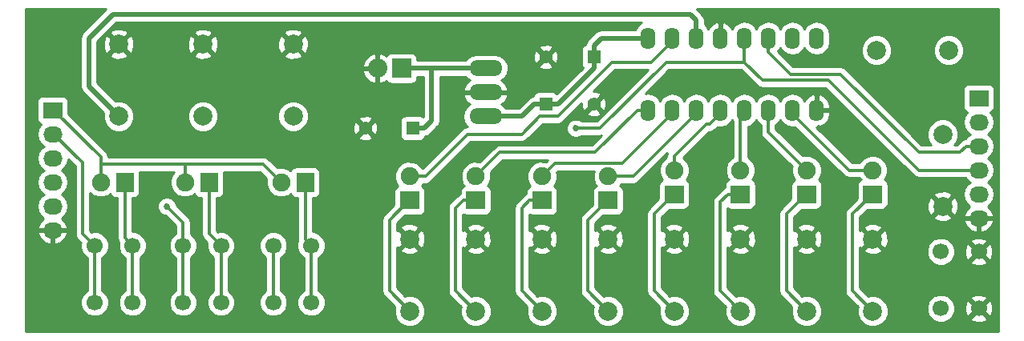
<source format=gbl>
G04 #@! TF.FileFunction,Copper,L2,Bot,Signal*
%FSLAX46Y46*%
G04 Gerber Fmt 4.6, Leading zero omitted, Abs format (unit mm)*
G04 Created by KiCad (PCBNEW 4.0.3+e1-6302~38~ubuntu14.04.1-stable) date Thu Sep  8 17:11:28 2016*
%MOMM*%
%LPD*%
G01*
G04 APERTURE LIST*
%ADD10C,0.100000*%
%ADD11R,1.400000X1.400000*%
%ADD12C,1.400000*%
%ADD13R,2.000000X1.900000*%
%ADD14C,1.900000*%
%ADD15R,2.032000X1.727200*%
%ADD16O,2.032000X1.727200*%
%ADD17R,2.032000X2.032000*%
%ADD18O,2.032000X2.032000*%
%ADD19C,1.998980*%
%ADD20C,1.700000*%
%ADD21O,3.500120X1.699260*%
%ADD22O,1.600000X2.300000*%
%ADD23R,1.900000X2.000000*%
%ADD24C,0.685800*%
%ADD25C,0.508000*%
%ADD26C,0.330200*%
%ADD27C,0.254000*%
G04 APERTURE END LIST*
D10*
D11*
X99488000Y-94957900D03*
D12*
X94488000Y-94957900D03*
D13*
X134094228Y-101942900D03*
D14*
X134094228Y-99402900D03*
D11*
X113538000Y-92417900D03*
D12*
X113538000Y-87417900D03*
D11*
X118618000Y-87417900D03*
D12*
X118618000Y-92417900D03*
D15*
X61468000Y-93052900D03*
D16*
X61468000Y-95592900D03*
X61468000Y-98132900D03*
X61468000Y-100672900D03*
X61468000Y-103212900D03*
X61468000Y-105752900D03*
D17*
X98298000Y-88607900D03*
D18*
X95758000Y-88607900D03*
D15*
X159258000Y-91782900D03*
D16*
X159258000Y-94322900D03*
X159258000Y-96862900D03*
X159258000Y-99402900D03*
X159258000Y-101942900D03*
X159258000Y-104482900D03*
D19*
X99169228Y-114296936D03*
X99169228Y-106676936D03*
X106154228Y-114296936D03*
X106154228Y-106676936D03*
X113139228Y-114296936D03*
X113139228Y-106676936D03*
X120124228Y-114296936D03*
X120124228Y-106676936D03*
X127109228Y-114296936D03*
X127109228Y-106676936D03*
X134094228Y-114296936D03*
X134094228Y-106676936D03*
X141079228Y-114296936D03*
X141079228Y-106676936D03*
X148064228Y-114296936D03*
X148064228Y-106676936D03*
X68453000Y-93687900D03*
X68453000Y-86067900D03*
X77343000Y-93687900D03*
X77343000Y-86067900D03*
X86868000Y-93687900D03*
X86868000Y-86067900D03*
X156083000Y-86702900D03*
X148463000Y-86702900D03*
X155448000Y-95592900D03*
X155448000Y-103212900D03*
D20*
X69913000Y-107372900D03*
X69913000Y-113372900D03*
X65913000Y-107372900D03*
X65913000Y-113372900D03*
X79248000Y-107372900D03*
X79248000Y-113372900D03*
X75248000Y-107372900D03*
X75248000Y-113372900D03*
X88773000Y-107372900D03*
X88773000Y-113372900D03*
X84773000Y-107372900D03*
X84773000Y-113372900D03*
X155258000Y-114007900D03*
X155258000Y-108007900D03*
X159258000Y-114007900D03*
X159258000Y-108007900D03*
D21*
X107188000Y-91147900D03*
X107188000Y-88607900D03*
X107188000Y-93687900D03*
D22*
X124333000Y-93052900D03*
X126873000Y-93052900D03*
X129413000Y-93052900D03*
X131953000Y-93052900D03*
X134493000Y-93052900D03*
X137033000Y-93052900D03*
X139573000Y-93052900D03*
X142113000Y-93052900D03*
X142113000Y-85432900D03*
X139573000Y-85432900D03*
X137033000Y-85432900D03*
X134493000Y-85432900D03*
X131953000Y-85432900D03*
X129413000Y-85432900D03*
X126873000Y-85432900D03*
X124333000Y-85432900D03*
D13*
X148064228Y-101942900D03*
D14*
X148064228Y-99402900D03*
D13*
X141079228Y-101942900D03*
D14*
X141079228Y-99402900D03*
D13*
X127109228Y-101942900D03*
D14*
X127109228Y-99402900D03*
D13*
X120124228Y-102577900D03*
D14*
X120124228Y-100037900D03*
D13*
X113139228Y-102577900D03*
D14*
X113139228Y-100037900D03*
D13*
X106154228Y-102577900D03*
D14*
X106154228Y-100037900D03*
D13*
X99169228Y-102577900D03*
D14*
X99169228Y-100037900D03*
D23*
X88138000Y-100672900D03*
D14*
X85598000Y-100672900D03*
D23*
X77978000Y-100672900D03*
D14*
X75438000Y-100672900D03*
D23*
X69088000Y-100672900D03*
D14*
X66548000Y-100672900D03*
D24*
X73533000Y-103212900D03*
X116713000Y-94957900D03*
D25*
X98298000Y-88607900D02*
X101473000Y-88607900D01*
X107188000Y-88607900D02*
X101473000Y-88607900D01*
X101473000Y-88607900D02*
X101473000Y-94180900D01*
X101473000Y-94180900D02*
X100696000Y-94957900D01*
X100696000Y-94957900D02*
X99488000Y-94957900D01*
X68453000Y-93687900D02*
X65278000Y-90512900D01*
X65278000Y-90512900D02*
X65278000Y-85432900D01*
X65278000Y-85432900D02*
X67818000Y-82892900D01*
X67818000Y-82892900D02*
X128778000Y-82892900D01*
X128778000Y-82892900D02*
X129413000Y-83527900D01*
X129413000Y-83527900D02*
X129413000Y-85432900D01*
D26*
X64643000Y-98615500D02*
X64643000Y-106102900D01*
X64643000Y-106102900D02*
X65913000Y-107372900D01*
X61468000Y-95592900D02*
X61620400Y-95592900D01*
X61620400Y-95592900D02*
X64643000Y-98615500D01*
X65913000Y-113372900D02*
X65913000Y-107372900D01*
D25*
X124333000Y-85432900D02*
X119395000Y-85432900D01*
X119395000Y-85432900D02*
X118618000Y-86209900D01*
X118618000Y-86209900D02*
X118618000Y-87417900D01*
X118618000Y-87417900D02*
X118618000Y-88625900D01*
X118618000Y-88625900D02*
X114826000Y-92417900D01*
X114826000Y-92417900D02*
X114746000Y-92417900D01*
X114746000Y-92417900D02*
X113538000Y-92417900D01*
X113538000Y-92417900D02*
X112330000Y-92417900D01*
X112330000Y-92417900D02*
X111060000Y-93687900D01*
X111060000Y-93687900D02*
X109446060Y-93687900D01*
X109446060Y-93687900D02*
X107188000Y-93687900D01*
D26*
X66548000Y-98767900D02*
X75438000Y-98767900D01*
X75438000Y-98767900D02*
X83693000Y-98767900D01*
X75438000Y-100672900D02*
X75438000Y-98767900D01*
X83693000Y-98767900D02*
X85598000Y-100672900D01*
X66548000Y-97980500D02*
X66548000Y-98767900D01*
X66548000Y-98767900D02*
X66548000Y-99329398D01*
X66548000Y-99329398D02*
X66548000Y-100672900D01*
X61468000Y-93052900D02*
X61620400Y-93052900D01*
X61620400Y-93052900D02*
X66548000Y-97980500D01*
X73533000Y-103212900D02*
X75248000Y-104927900D01*
X75248000Y-104927900D02*
X75248000Y-107372900D01*
X152908000Y-97497900D02*
X157276800Y-97497900D01*
X157276800Y-97497900D02*
X157911800Y-96862900D01*
X157911800Y-96862900D02*
X159258000Y-96862900D01*
X144653000Y-89242900D02*
X152908000Y-97497900D01*
X139362800Y-89242900D02*
X144653000Y-89242900D01*
X137033000Y-85432900D02*
X137033000Y-86913100D01*
X137033000Y-86913100D02*
X139362800Y-89242900D01*
X75248000Y-113372900D02*
X75248000Y-112170819D01*
X75248000Y-112170819D02*
X75248000Y-107372900D01*
X134493000Y-87972900D02*
X126238000Y-87972900D01*
X119253000Y-94957900D02*
X126238000Y-87972900D01*
X116713000Y-94957900D02*
X119253000Y-94957900D01*
X136398000Y-89877900D02*
X134493000Y-87972900D01*
X134493000Y-87972900D02*
X134493000Y-85432900D01*
X143383000Y-89877900D02*
X136398000Y-89877900D01*
X152908000Y-99402900D02*
X143383000Y-89877900D01*
X159258000Y-99402900D02*
X152908000Y-99402900D01*
X84773000Y-113372900D02*
X84773000Y-112170819D01*
X84773000Y-112170819D02*
X84773000Y-107372900D01*
X97028000Y-104669128D02*
X97028000Y-112155708D01*
X97028000Y-112155708D02*
X99169228Y-114296936D01*
X99169228Y-102577900D02*
X99119228Y-102577900D01*
X99119228Y-102577900D02*
X97028000Y-104669128D01*
X105283000Y-95592900D02*
X100838000Y-100037900D01*
X100838000Y-100037900D02*
X99169228Y-100037900D01*
X110998000Y-95592900D02*
X105283000Y-95592900D01*
X112903000Y-93687900D02*
X110998000Y-95592900D01*
X114808000Y-93687900D02*
X112903000Y-93687900D01*
X120523000Y-87972900D02*
X114808000Y-93687900D01*
X124683000Y-87972900D02*
X120523000Y-87972900D01*
X126873000Y-85432900D02*
X126873000Y-85782900D01*
X126873000Y-85782900D02*
X124683000Y-87972900D01*
X104013000Y-103388928D02*
X104013000Y-112155708D01*
X104013000Y-112155708D02*
X106154228Y-114296936D01*
X106154228Y-102577900D02*
X104824028Y-102577900D01*
X104824028Y-102577900D02*
X104013000Y-103388928D01*
X118757800Y-97497900D02*
X108694228Y-97497900D01*
X108694228Y-97497900D02*
X106154228Y-100037900D01*
X124333000Y-93052900D02*
X123202800Y-93052900D01*
X123202800Y-93052900D02*
X118757800Y-97497900D01*
X110998000Y-103388928D02*
X110998000Y-112155708D01*
X110998000Y-112155708D02*
X113139228Y-114296936D01*
X113139228Y-102577900D02*
X111809028Y-102577900D01*
X111809028Y-102577900D02*
X110998000Y-103388928D01*
X113139228Y-100037900D02*
X114508329Y-98668799D01*
X114508329Y-98668799D02*
X121607101Y-98668799D01*
X121607101Y-98668799D02*
X126873000Y-93402900D01*
X126873000Y-93402900D02*
X126873000Y-93052900D01*
X117983000Y-104669128D02*
X117983000Y-112155708D01*
X117983000Y-112155708D02*
X120124228Y-114296936D01*
X120124228Y-102577900D02*
X120074228Y-102577900D01*
X120074228Y-102577900D02*
X117983000Y-104669128D01*
X120124228Y-100037900D02*
X122778000Y-100037900D01*
X122778000Y-100037900D02*
X129413000Y-93402900D01*
X129413000Y-93402900D02*
X129413000Y-93052900D01*
X124968000Y-104034128D02*
X124968000Y-112155708D01*
X124968000Y-112155708D02*
X127109228Y-114296936D01*
X127109228Y-101942900D02*
X127059228Y-101942900D01*
X127059228Y-101942900D02*
X124968000Y-104034128D01*
X127109228Y-99402900D02*
X127109228Y-97896672D01*
X127109228Y-97896672D02*
X130472800Y-94533100D01*
X130472800Y-94533100D02*
X130822800Y-94533100D01*
X130822800Y-94533100D02*
X131953000Y-93402900D01*
X131953000Y-93402900D02*
X131953000Y-93052900D01*
X134094228Y-101942900D02*
X132764028Y-101942900D01*
X132764028Y-101942900D02*
X131953000Y-102753928D01*
X131953000Y-102753928D02*
X131953000Y-112155708D01*
X131953000Y-112155708D02*
X133094739Y-113297447D01*
X133094739Y-113297447D02*
X134094228Y-114296936D01*
X134094228Y-101942900D02*
X134044228Y-101942900D01*
X134094228Y-99402900D02*
X134094228Y-93451672D01*
X134094228Y-93451672D02*
X134493000Y-93052900D01*
X138938000Y-104034128D02*
X138938000Y-112155708D01*
X138938000Y-112155708D02*
X141079228Y-114296936D01*
X141079228Y-101942900D02*
X141029228Y-101942900D01*
X141029228Y-101942900D02*
X138938000Y-104034128D01*
X141079228Y-99402900D02*
X137033000Y-95356672D01*
X137033000Y-95356672D02*
X137033000Y-93052900D01*
X145923000Y-104034128D02*
X145923000Y-112155708D01*
X145923000Y-112155708D02*
X148064228Y-114296936D01*
X148064228Y-101942900D02*
X148014228Y-101942900D01*
X148014228Y-101942900D02*
X145923000Y-104034128D01*
X148064228Y-99402900D02*
X145573000Y-99402900D01*
X145573000Y-99402900D02*
X139573000Y-93402900D01*
X139573000Y-93402900D02*
X139573000Y-93052900D01*
X69913000Y-107372900D02*
X69913000Y-113372900D01*
X69088000Y-100672900D02*
X69088000Y-106547900D01*
X69088000Y-106547900D02*
X69913000Y-107372900D01*
X79248000Y-113372900D02*
X79248000Y-112170819D01*
X79248000Y-112170819D02*
X79248000Y-107372900D01*
X77978000Y-100672900D02*
X77978000Y-106102900D01*
X77978000Y-106102900D02*
X79248000Y-107372900D01*
X88773000Y-107372900D02*
X88773000Y-113372900D01*
X88138000Y-100672900D02*
X88138000Y-106737900D01*
X88138000Y-106737900D02*
X88773000Y-107372900D01*
D27*
G36*
X64649382Y-84804282D02*
X64456671Y-85092694D01*
X64389000Y-85432900D01*
X64389000Y-90512900D01*
X64456671Y-90853106D01*
X64601917Y-91070481D01*
X64649382Y-91141518D01*
X66833588Y-93325724D01*
X66818794Y-93361353D01*
X66818226Y-94011594D01*
X67066538Y-94612555D01*
X67525927Y-95072746D01*
X68126453Y-95322106D01*
X68776694Y-95322674D01*
X69377655Y-95074362D01*
X69837846Y-94614973D01*
X70087206Y-94014447D01*
X70087208Y-94011594D01*
X75708226Y-94011594D01*
X75956538Y-94612555D01*
X76415927Y-95072746D01*
X77016453Y-95322106D01*
X77666694Y-95322674D01*
X78267655Y-95074362D01*
X78727846Y-94614973D01*
X78977206Y-94014447D01*
X78977208Y-94011594D01*
X85233226Y-94011594D01*
X85481538Y-94612555D01*
X85940927Y-95072746D01*
X86541453Y-95322106D01*
X87191694Y-95322674D01*
X87792655Y-95074362D01*
X88102535Y-94765022D01*
X93140581Y-94765022D01*
X93169336Y-95295340D01*
X93316958Y-95651731D01*
X93552725Y-95713569D01*
X94308395Y-94957900D01*
X94667605Y-94957900D01*
X95423275Y-95713569D01*
X95659042Y-95651731D01*
X95835419Y-95150778D01*
X95806664Y-94620460D01*
X95659042Y-94264069D01*
X95423275Y-94202231D01*
X94667605Y-94957900D01*
X94308395Y-94957900D01*
X93552725Y-94202231D01*
X93316958Y-94264069D01*
X93140581Y-94765022D01*
X88102535Y-94765022D01*
X88252846Y-94614973D01*
X88498810Y-94022625D01*
X93732331Y-94022625D01*
X94488000Y-94778295D01*
X95243669Y-94022625D01*
X95181831Y-93786858D01*
X94680878Y-93610481D01*
X94150560Y-93639236D01*
X93794169Y-93786858D01*
X93732331Y-94022625D01*
X88498810Y-94022625D01*
X88502206Y-94014447D01*
X88502774Y-93364206D01*
X88254462Y-92763245D01*
X87795073Y-92303054D01*
X87194547Y-92053694D01*
X86544306Y-92053126D01*
X85943345Y-92301438D01*
X85483154Y-92760827D01*
X85233794Y-93361353D01*
X85233226Y-94011594D01*
X78977208Y-94011594D01*
X78977774Y-93364206D01*
X78729462Y-92763245D01*
X78270073Y-92303054D01*
X77669547Y-92053694D01*
X77019306Y-92053126D01*
X76418345Y-92301438D01*
X75958154Y-92760827D01*
X75708794Y-93361353D01*
X75708226Y-94011594D01*
X70087208Y-94011594D01*
X70087774Y-93364206D01*
X69839462Y-92763245D01*
X69380073Y-92303054D01*
X68779547Y-92053694D01*
X68129306Y-92053126D01*
X68091205Y-92068869D01*
X66167000Y-90144664D01*
X66167000Y-88990846D01*
X94152017Y-88990846D01*
X94420812Y-89576279D01*
X94893182Y-90014285D01*
X95375056Y-90213875D01*
X95631000Y-90094736D01*
X95631000Y-88734900D01*
X94270633Y-88734900D01*
X94152017Y-88990846D01*
X66167000Y-88990846D01*
X66167000Y-88224954D01*
X94152017Y-88224954D01*
X94270633Y-88480900D01*
X95631000Y-88480900D01*
X95631000Y-87121064D01*
X95885000Y-87121064D01*
X95885000Y-88480900D01*
X95905000Y-88480900D01*
X95905000Y-88734900D01*
X95885000Y-88734900D01*
X95885000Y-90094736D01*
X96140944Y-90213875D01*
X96622818Y-90014285D01*
X96720398Y-89923803D01*
X96817910Y-90075341D01*
X97030110Y-90220331D01*
X97282000Y-90271340D01*
X99314000Y-90271340D01*
X99549317Y-90227062D01*
X99765441Y-90087990D01*
X99910431Y-89875790D01*
X99961440Y-89623900D01*
X99961440Y-89496900D01*
X100584000Y-89496900D01*
X100584000Y-93759935D01*
X100439890Y-93661469D01*
X100188000Y-93610460D01*
X98788000Y-93610460D01*
X98552683Y-93654738D01*
X98336559Y-93793810D01*
X98191569Y-94006010D01*
X98140560Y-94257900D01*
X98140560Y-95657900D01*
X98184838Y-95893217D01*
X98323910Y-96109341D01*
X98536110Y-96254331D01*
X98788000Y-96305340D01*
X100188000Y-96305340D01*
X100423317Y-96261062D01*
X100639441Y-96121990D01*
X100784431Y-95909790D01*
X100801413Y-95825932D01*
X101036206Y-95779229D01*
X101324618Y-95586518D01*
X102101618Y-94809518D01*
X102114047Y-94790916D01*
X102294329Y-94521106D01*
X102362000Y-94180900D01*
X102362000Y-89496900D01*
X105083614Y-89496900D01*
X105191052Y-89657692D01*
X105528873Y-89883416D01*
X105147976Y-90187911D01*
X104867351Y-90697090D01*
X104846460Y-90791068D01*
X104967786Y-91020900D01*
X107061000Y-91020900D01*
X107061000Y-91000900D01*
X107315000Y-91000900D01*
X107315000Y-91020900D01*
X109408214Y-91020900D01*
X109529540Y-90791068D01*
X109508649Y-90697090D01*
X109228024Y-90187911D01*
X108847127Y-89883416D01*
X109184948Y-89657692D01*
X109506775Y-89176043D01*
X109619786Y-88607900D01*
X109569118Y-88353175D01*
X112782331Y-88353175D01*
X112844169Y-88588942D01*
X113345122Y-88765319D01*
X113875440Y-88736564D01*
X114231831Y-88588942D01*
X114293669Y-88353175D01*
X113538000Y-87597505D01*
X112782331Y-88353175D01*
X109569118Y-88353175D01*
X109506775Y-88039757D01*
X109184948Y-87558108D01*
X108703299Y-87236281D01*
X108646697Y-87225022D01*
X112190581Y-87225022D01*
X112219336Y-87755340D01*
X112366958Y-88111731D01*
X112602725Y-88173569D01*
X113358395Y-87417900D01*
X113717605Y-87417900D01*
X114473275Y-88173569D01*
X114709042Y-88111731D01*
X114885419Y-87610778D01*
X114856664Y-87080460D01*
X114709042Y-86724069D01*
X114473275Y-86662231D01*
X113717605Y-87417900D01*
X113358395Y-87417900D01*
X112602725Y-86662231D01*
X112366958Y-86724069D01*
X112190581Y-87225022D01*
X108646697Y-87225022D01*
X108135156Y-87123270D01*
X106240844Y-87123270D01*
X105672701Y-87236281D01*
X105191052Y-87558108D01*
X105083614Y-87718900D01*
X99961440Y-87718900D01*
X99961440Y-87591900D01*
X99917162Y-87356583D01*
X99778090Y-87140459D01*
X99565890Y-86995469D01*
X99314000Y-86944460D01*
X97282000Y-86944460D01*
X97046683Y-86988738D01*
X96830559Y-87127810D01*
X96719160Y-87290848D01*
X96622818Y-87201515D01*
X96140944Y-87001925D01*
X95885000Y-87121064D01*
X95631000Y-87121064D01*
X95375056Y-87001925D01*
X94893182Y-87201515D01*
X94420812Y-87639521D01*
X94152017Y-88224954D01*
X66167000Y-88224954D01*
X66167000Y-87220063D01*
X67480443Y-87220063D01*
X67579042Y-87486865D01*
X68188582Y-87713301D01*
X68838377Y-87689241D01*
X69326958Y-87486865D01*
X69425557Y-87220063D01*
X76370443Y-87220063D01*
X76469042Y-87486865D01*
X77078582Y-87713301D01*
X77728377Y-87689241D01*
X78216958Y-87486865D01*
X78315557Y-87220063D01*
X85895443Y-87220063D01*
X85994042Y-87486865D01*
X86603582Y-87713301D01*
X87253377Y-87689241D01*
X87741958Y-87486865D01*
X87840557Y-87220063D01*
X86868000Y-86247505D01*
X85895443Y-87220063D01*
X78315557Y-87220063D01*
X77343000Y-86247505D01*
X76370443Y-87220063D01*
X69425557Y-87220063D01*
X68453000Y-86247505D01*
X67480443Y-87220063D01*
X66167000Y-87220063D01*
X66167000Y-85803482D01*
X66807599Y-85803482D01*
X66831659Y-86453277D01*
X67034035Y-86941858D01*
X67300837Y-87040457D01*
X68273395Y-86067900D01*
X68632605Y-86067900D01*
X69605163Y-87040457D01*
X69871965Y-86941858D01*
X70098401Y-86332318D01*
X70078820Y-85803482D01*
X75697599Y-85803482D01*
X75721659Y-86453277D01*
X75924035Y-86941858D01*
X76190837Y-87040457D01*
X77163395Y-86067900D01*
X77522605Y-86067900D01*
X78495163Y-87040457D01*
X78761965Y-86941858D01*
X78988401Y-86332318D01*
X78968820Y-85803482D01*
X85222599Y-85803482D01*
X85246659Y-86453277D01*
X85449035Y-86941858D01*
X85715837Y-87040457D01*
X86688395Y-86067900D01*
X87047605Y-86067900D01*
X88020163Y-87040457D01*
X88286965Y-86941858D01*
X88457563Y-86482625D01*
X112782331Y-86482625D01*
X113538000Y-87238295D01*
X114293669Y-86482625D01*
X114231831Y-86246858D01*
X113730878Y-86070481D01*
X113200560Y-86099236D01*
X112844169Y-86246858D01*
X112782331Y-86482625D01*
X88457563Y-86482625D01*
X88513401Y-86332318D01*
X88489341Y-85682523D01*
X88286965Y-85193942D01*
X88020163Y-85095343D01*
X87047605Y-86067900D01*
X86688395Y-86067900D01*
X85715837Y-85095343D01*
X85449035Y-85193942D01*
X85222599Y-85803482D01*
X78968820Y-85803482D01*
X78964341Y-85682523D01*
X78761965Y-85193942D01*
X78495163Y-85095343D01*
X77522605Y-86067900D01*
X77163395Y-86067900D01*
X76190837Y-85095343D01*
X75924035Y-85193942D01*
X75697599Y-85803482D01*
X70078820Y-85803482D01*
X70074341Y-85682523D01*
X69871965Y-85193942D01*
X69605163Y-85095343D01*
X68632605Y-86067900D01*
X68273395Y-86067900D01*
X67300837Y-85095343D01*
X67034035Y-85193942D01*
X66807599Y-85803482D01*
X66167000Y-85803482D01*
X66167000Y-85801136D01*
X67052399Y-84915737D01*
X67480443Y-84915737D01*
X68453000Y-85888295D01*
X69425557Y-84915737D01*
X76370443Y-84915737D01*
X77343000Y-85888295D01*
X78315557Y-84915737D01*
X85895443Y-84915737D01*
X86868000Y-85888295D01*
X87840557Y-84915737D01*
X87741958Y-84648935D01*
X87132418Y-84422499D01*
X86482623Y-84446559D01*
X85994042Y-84648935D01*
X85895443Y-84915737D01*
X78315557Y-84915737D01*
X78216958Y-84648935D01*
X77607418Y-84422499D01*
X76957623Y-84446559D01*
X76469042Y-84648935D01*
X76370443Y-84915737D01*
X69425557Y-84915737D01*
X69326958Y-84648935D01*
X68717418Y-84422499D01*
X68067623Y-84446559D01*
X67579042Y-84648935D01*
X67480443Y-84915737D01*
X67052399Y-84915737D01*
X68186236Y-83781900D01*
X123694446Y-83781900D01*
X123318302Y-84033232D01*
X123007233Y-84498779D01*
X122998258Y-84543900D01*
X119395000Y-84543900D01*
X119054794Y-84611571D01*
X118766382Y-84804282D01*
X117989382Y-85581282D01*
X117796671Y-85869694D01*
X117750466Y-86101984D01*
X117682683Y-86114738D01*
X117466559Y-86253810D01*
X117321569Y-86466010D01*
X117270560Y-86717900D01*
X117270560Y-88117900D01*
X117314838Y-88353217D01*
X117439585Y-88547079D01*
X114709183Y-91277481D01*
X114702090Y-91266459D01*
X114489890Y-91121469D01*
X114238000Y-91070460D01*
X112838000Y-91070460D01*
X112602683Y-91114738D01*
X112386559Y-91253810D01*
X112241569Y-91466010D01*
X112224587Y-91549868D01*
X111989794Y-91596571D01*
X111778342Y-91737859D01*
X111701382Y-91789282D01*
X110691764Y-92798900D01*
X109292386Y-92798900D01*
X109184948Y-92638108D01*
X108847127Y-92412384D01*
X109228024Y-92107889D01*
X109508649Y-91598710D01*
X109529540Y-91504732D01*
X109408214Y-91274900D01*
X107315000Y-91274900D01*
X107315000Y-91294900D01*
X107061000Y-91294900D01*
X107061000Y-91274900D01*
X104967786Y-91274900D01*
X104846460Y-91504732D01*
X104867351Y-91598710D01*
X105147976Y-92107889D01*
X105528873Y-92412384D01*
X105191052Y-92638108D01*
X104869225Y-93119757D01*
X104756214Y-93687900D01*
X104869225Y-94256043D01*
X105191052Y-94737692D01*
X105275700Y-94794252D01*
X104976815Y-94853704D01*
X104717244Y-95027144D01*
X100539859Y-99204529D01*
X100513709Y-99141243D01*
X100068231Y-98694986D01*
X99485887Y-98453176D01*
X98855335Y-98452625D01*
X98272571Y-98693419D01*
X97826314Y-99138897D01*
X97584504Y-99721241D01*
X97583953Y-100351793D01*
X97824747Y-100934557D01*
X97922257Y-101032237D01*
X97717787Y-101163810D01*
X97572797Y-101376010D01*
X97521788Y-101627900D01*
X97521788Y-103043828D01*
X96462244Y-104103372D01*
X96288804Y-104362943D01*
X96227900Y-104669128D01*
X96227900Y-112155708D01*
X96288804Y-112461893D01*
X96462244Y-112721464D01*
X97586704Y-113845924D01*
X97535022Y-113970389D01*
X97534454Y-114620630D01*
X97782766Y-115221591D01*
X98242155Y-115681782D01*
X98842681Y-115931142D01*
X99492922Y-115931710D01*
X100093883Y-115683398D01*
X100554074Y-115224009D01*
X100803434Y-114623483D01*
X100804002Y-113973242D01*
X100555690Y-113372281D01*
X100096301Y-112912090D01*
X99495775Y-112662730D01*
X98845534Y-112662162D01*
X98718468Y-112714664D01*
X97828100Y-111824296D01*
X97828100Y-107829099D01*
X98196671Y-107829099D01*
X98295270Y-108095901D01*
X98904810Y-108322337D01*
X99554605Y-108298277D01*
X100043186Y-108095901D01*
X100141785Y-107829099D01*
X99169228Y-106856541D01*
X98196671Y-107829099D01*
X97828100Y-107829099D01*
X97828100Y-107579659D01*
X98017065Y-107649493D01*
X98989623Y-106676936D01*
X99348833Y-106676936D01*
X100321391Y-107649493D01*
X100588193Y-107550894D01*
X100814629Y-106941354D01*
X100790569Y-106291559D01*
X100588193Y-105802978D01*
X100321391Y-105704379D01*
X99348833Y-106676936D01*
X98989623Y-106676936D01*
X98017065Y-105704379D01*
X97828100Y-105774213D01*
X97828100Y-105524773D01*
X98196671Y-105524773D01*
X99169228Y-106497331D01*
X100141785Y-105524773D01*
X100043186Y-105257971D01*
X99433646Y-105031535D01*
X98783851Y-105055595D01*
X98295270Y-105257971D01*
X98196671Y-105524773D01*
X97828100Y-105524773D01*
X97828100Y-105000540D01*
X98653300Y-104175340D01*
X100169228Y-104175340D01*
X100404545Y-104131062D01*
X100620669Y-103991990D01*
X100765659Y-103779790D01*
X100816668Y-103527900D01*
X100816668Y-101627900D01*
X100772390Y-101392583D01*
X100633318Y-101176459D01*
X100421118Y-101031469D01*
X100418036Y-101030845D01*
X100512142Y-100936903D01*
X100553210Y-100838000D01*
X100838000Y-100838000D01*
X101144185Y-100777096D01*
X101403756Y-100603656D01*
X105614412Y-96393000D01*
X110998000Y-96393000D01*
X111304185Y-96332096D01*
X111563756Y-96158656D01*
X113234412Y-94488000D01*
X114808000Y-94488000D01*
X115114185Y-94427096D01*
X115373756Y-94253656D01*
X116274237Y-93353175D01*
X117862331Y-93353175D01*
X117924169Y-93588942D01*
X118425122Y-93765319D01*
X118955440Y-93736564D01*
X119311831Y-93588942D01*
X119373669Y-93353175D01*
X118618000Y-92597505D01*
X117862331Y-93353175D01*
X116274237Y-93353175D01*
X117277360Y-92350052D01*
X117299336Y-92755340D01*
X117446958Y-93111731D01*
X117682725Y-93173569D01*
X118438395Y-92417900D01*
X118797605Y-92417900D01*
X119553275Y-93173569D01*
X119789042Y-93111731D01*
X119965419Y-92610778D01*
X119936664Y-92080460D01*
X119789042Y-91724069D01*
X119553275Y-91662231D01*
X118797605Y-92417900D01*
X118438395Y-92417900D01*
X118424252Y-92403758D01*
X118603858Y-92224152D01*
X118618000Y-92238295D01*
X119373669Y-91482625D01*
X119311831Y-91246858D01*
X118810878Y-91070481D01*
X118542372Y-91085040D01*
X120854412Y-88773000D01*
X124306388Y-88773000D01*
X118921588Y-94157800D01*
X117296049Y-94157800D01*
X117267659Y-94129360D01*
X116908370Y-93980170D01*
X116519337Y-93979831D01*
X116159788Y-94128393D01*
X115884460Y-94403241D01*
X115735270Y-94762530D01*
X115734931Y-95151563D01*
X115883493Y-95511112D01*
X116158341Y-95786440D01*
X116517630Y-95935630D01*
X116906663Y-95935969D01*
X117266212Y-95787407D01*
X117295670Y-95758000D01*
X119253000Y-95758000D01*
X119394293Y-95729895D01*
X118426388Y-96697800D01*
X108694228Y-96697800D01*
X108388043Y-96758704D01*
X108128472Y-96932144D01*
X106567375Y-98493241D01*
X106470887Y-98453176D01*
X105840335Y-98452625D01*
X105257571Y-98693419D01*
X104811314Y-99138897D01*
X104569504Y-99721241D01*
X104568953Y-100351793D01*
X104809747Y-100934557D01*
X104907257Y-101032237D01*
X104702787Y-101163810D01*
X104557797Y-101376010D01*
X104506788Y-101627900D01*
X104506788Y-101846091D01*
X104258272Y-102012144D01*
X103447244Y-102823172D01*
X103273804Y-103082743D01*
X103212900Y-103388928D01*
X103212900Y-112155708D01*
X103273804Y-112461893D01*
X103447244Y-112721464D01*
X104571704Y-113845924D01*
X104520022Y-113970389D01*
X104519454Y-114620630D01*
X104767766Y-115221591D01*
X105227155Y-115681782D01*
X105827681Y-115931142D01*
X106477922Y-115931710D01*
X107078883Y-115683398D01*
X107539074Y-115224009D01*
X107788434Y-114623483D01*
X107789002Y-113973242D01*
X107540690Y-113372281D01*
X107081301Y-112912090D01*
X106480775Y-112662730D01*
X105830534Y-112662162D01*
X105703468Y-112714664D01*
X104813100Y-111824296D01*
X104813100Y-107829099D01*
X105181671Y-107829099D01*
X105280270Y-108095901D01*
X105889810Y-108322337D01*
X106539605Y-108298277D01*
X107028186Y-108095901D01*
X107126785Y-107829099D01*
X106154228Y-106856541D01*
X105181671Y-107829099D01*
X104813100Y-107829099D01*
X104813100Y-107579659D01*
X105002065Y-107649493D01*
X105974623Y-106676936D01*
X106333833Y-106676936D01*
X107306391Y-107649493D01*
X107573193Y-107550894D01*
X107799629Y-106941354D01*
X107775569Y-106291559D01*
X107573193Y-105802978D01*
X107306391Y-105704379D01*
X106333833Y-106676936D01*
X105974623Y-106676936D01*
X105002065Y-105704379D01*
X104813100Y-105774213D01*
X104813100Y-105524773D01*
X105181671Y-105524773D01*
X106154228Y-106497331D01*
X107126785Y-105524773D01*
X107028186Y-105257971D01*
X106418646Y-105031535D01*
X105768851Y-105055595D01*
X105280270Y-105257971D01*
X105181671Y-105524773D01*
X104813100Y-105524773D01*
X104813100Y-104063357D01*
X104902338Y-104124331D01*
X105154228Y-104175340D01*
X107154228Y-104175340D01*
X107389545Y-104131062D01*
X107605669Y-103991990D01*
X107750659Y-103779790D01*
X107801668Y-103527900D01*
X107801668Y-101627900D01*
X107757390Y-101392583D01*
X107618318Y-101176459D01*
X107406118Y-101031469D01*
X107403036Y-101030845D01*
X107497142Y-100936903D01*
X107738952Y-100354559D01*
X107739503Y-99724007D01*
X107698607Y-99625033D01*
X109025640Y-98298000D01*
X113747616Y-98298000D01*
X113552375Y-98493241D01*
X113455887Y-98453176D01*
X112825335Y-98452625D01*
X112242571Y-98693419D01*
X111796314Y-99138897D01*
X111554504Y-99721241D01*
X111553953Y-100351793D01*
X111794747Y-100934557D01*
X111892257Y-101032237D01*
X111687787Y-101163810D01*
X111542797Y-101376010D01*
X111491788Y-101627900D01*
X111491788Y-101846091D01*
X111243272Y-102012144D01*
X110432244Y-102823172D01*
X110258804Y-103082743D01*
X110197900Y-103388928D01*
X110197900Y-112155708D01*
X110258804Y-112461893D01*
X110432244Y-112721464D01*
X111556704Y-113845924D01*
X111505022Y-113970389D01*
X111504454Y-114620630D01*
X111752766Y-115221591D01*
X112212155Y-115681782D01*
X112812681Y-115931142D01*
X113462922Y-115931710D01*
X114063883Y-115683398D01*
X114524074Y-115224009D01*
X114773434Y-114623483D01*
X114774002Y-113973242D01*
X114525690Y-113372281D01*
X114066301Y-112912090D01*
X113465775Y-112662730D01*
X112815534Y-112662162D01*
X112688468Y-112714664D01*
X111798100Y-111824296D01*
X111798100Y-107829099D01*
X112166671Y-107829099D01*
X112265270Y-108095901D01*
X112874810Y-108322337D01*
X113524605Y-108298277D01*
X114013186Y-108095901D01*
X114111785Y-107829099D01*
X113139228Y-106856541D01*
X112166671Y-107829099D01*
X111798100Y-107829099D01*
X111798100Y-107579659D01*
X111987065Y-107649493D01*
X112959623Y-106676936D01*
X113318833Y-106676936D01*
X114291391Y-107649493D01*
X114558193Y-107550894D01*
X114784629Y-106941354D01*
X114760569Y-106291559D01*
X114558193Y-105802978D01*
X114291391Y-105704379D01*
X113318833Y-106676936D01*
X112959623Y-106676936D01*
X111987065Y-105704379D01*
X111798100Y-105774213D01*
X111798100Y-105524773D01*
X112166671Y-105524773D01*
X113139228Y-106497331D01*
X114111785Y-105524773D01*
X114013186Y-105257971D01*
X113403646Y-105031535D01*
X112753851Y-105055595D01*
X112265270Y-105257971D01*
X112166671Y-105524773D01*
X111798100Y-105524773D01*
X111798100Y-104063357D01*
X111887338Y-104124331D01*
X112139228Y-104175340D01*
X114139228Y-104175340D01*
X114374545Y-104131062D01*
X114590669Y-103991990D01*
X114735659Y-103779790D01*
X114786668Y-103527900D01*
X114786668Y-101627900D01*
X114742390Y-101392583D01*
X114603318Y-101176459D01*
X114391118Y-101031469D01*
X114388036Y-101030845D01*
X114482142Y-100936903D01*
X114723952Y-100354559D01*
X114724503Y-99724007D01*
X114683607Y-99625033D01*
X114839741Y-99468899D01*
X118644285Y-99468899D01*
X118539504Y-99721241D01*
X118538953Y-100351793D01*
X118779747Y-100934557D01*
X118877257Y-101032237D01*
X118672787Y-101163810D01*
X118527797Y-101376010D01*
X118476788Y-101627900D01*
X118476788Y-103043828D01*
X117417244Y-104103372D01*
X117243804Y-104362943D01*
X117182900Y-104669128D01*
X117182900Y-112155708D01*
X117243804Y-112461893D01*
X117417244Y-112721464D01*
X118541704Y-113845924D01*
X118490022Y-113970389D01*
X118489454Y-114620630D01*
X118737766Y-115221591D01*
X119197155Y-115681782D01*
X119797681Y-115931142D01*
X120447922Y-115931710D01*
X121048883Y-115683398D01*
X121509074Y-115224009D01*
X121758434Y-114623483D01*
X121759002Y-113973242D01*
X121510690Y-113372281D01*
X121051301Y-112912090D01*
X120450775Y-112662730D01*
X119800534Y-112662162D01*
X119673468Y-112714664D01*
X118783100Y-111824296D01*
X118783100Y-107829099D01*
X119151671Y-107829099D01*
X119250270Y-108095901D01*
X119859810Y-108322337D01*
X120509605Y-108298277D01*
X120998186Y-108095901D01*
X121096785Y-107829099D01*
X120124228Y-106856541D01*
X119151671Y-107829099D01*
X118783100Y-107829099D01*
X118783100Y-107579659D01*
X118972065Y-107649493D01*
X119944623Y-106676936D01*
X120303833Y-106676936D01*
X121276391Y-107649493D01*
X121543193Y-107550894D01*
X121769629Y-106941354D01*
X121745569Y-106291559D01*
X121543193Y-105802978D01*
X121276391Y-105704379D01*
X120303833Y-106676936D01*
X119944623Y-106676936D01*
X118972065Y-105704379D01*
X118783100Y-105774213D01*
X118783100Y-105524773D01*
X119151671Y-105524773D01*
X120124228Y-106497331D01*
X121096785Y-105524773D01*
X120998186Y-105257971D01*
X120388646Y-105031535D01*
X119738851Y-105055595D01*
X119250270Y-105257971D01*
X119151671Y-105524773D01*
X118783100Y-105524773D01*
X118783100Y-105000540D01*
X119608300Y-104175340D01*
X121124228Y-104175340D01*
X121359545Y-104131062D01*
X121575669Y-103991990D01*
X121720659Y-103779790D01*
X121771668Y-103527900D01*
X121771668Y-101627900D01*
X121727390Y-101392583D01*
X121588318Y-101176459D01*
X121376118Y-101031469D01*
X121373036Y-101030845D01*
X121467142Y-100936903D01*
X121508210Y-100838000D01*
X122778000Y-100838000D01*
X123084185Y-100777096D01*
X123343756Y-100603656D01*
X126396425Y-97550987D01*
X126370032Y-97590487D01*
X126309128Y-97896672D01*
X126309128Y-98018522D01*
X126212571Y-98058419D01*
X125766314Y-98503897D01*
X125524504Y-99086241D01*
X125523953Y-99716793D01*
X125764747Y-100299557D01*
X125862257Y-100397237D01*
X125657787Y-100528810D01*
X125512797Y-100741010D01*
X125461788Y-100992900D01*
X125461788Y-102408828D01*
X124402244Y-103468372D01*
X124228804Y-103727943D01*
X124167900Y-104034128D01*
X124167900Y-112155708D01*
X124228804Y-112461893D01*
X124402244Y-112721464D01*
X125526704Y-113845924D01*
X125475022Y-113970389D01*
X125474454Y-114620630D01*
X125722766Y-115221591D01*
X126182155Y-115681782D01*
X126782681Y-115931142D01*
X127432922Y-115931710D01*
X128033883Y-115683398D01*
X128494074Y-115224009D01*
X128743434Y-114623483D01*
X128744002Y-113973242D01*
X128495690Y-113372281D01*
X128036301Y-112912090D01*
X127435775Y-112662730D01*
X126785534Y-112662162D01*
X126658468Y-112714664D01*
X125768100Y-111824296D01*
X125768100Y-107829099D01*
X126136671Y-107829099D01*
X126235270Y-108095901D01*
X126844810Y-108322337D01*
X127494605Y-108298277D01*
X127983186Y-108095901D01*
X128081785Y-107829099D01*
X127109228Y-106856541D01*
X126136671Y-107829099D01*
X125768100Y-107829099D01*
X125768100Y-107579659D01*
X125957065Y-107649493D01*
X126929623Y-106676936D01*
X127288833Y-106676936D01*
X128261391Y-107649493D01*
X128528193Y-107550894D01*
X128754629Y-106941354D01*
X128730569Y-106291559D01*
X128528193Y-105802978D01*
X128261391Y-105704379D01*
X127288833Y-106676936D01*
X126929623Y-106676936D01*
X125957065Y-105704379D01*
X125768100Y-105774213D01*
X125768100Y-105524773D01*
X126136671Y-105524773D01*
X127109228Y-106497331D01*
X128081785Y-105524773D01*
X127983186Y-105257971D01*
X127373646Y-105031535D01*
X126723851Y-105055595D01*
X126235270Y-105257971D01*
X126136671Y-105524773D01*
X125768100Y-105524773D01*
X125768100Y-104365540D01*
X126593300Y-103540340D01*
X128109228Y-103540340D01*
X128344545Y-103496062D01*
X128560669Y-103356990D01*
X128705659Y-103144790D01*
X128756668Y-102892900D01*
X128756668Y-100992900D01*
X128712390Y-100757583D01*
X128573318Y-100541459D01*
X128361118Y-100396469D01*
X128358036Y-100395845D01*
X128452142Y-100301903D01*
X128693952Y-99719559D01*
X128694503Y-99089007D01*
X128453709Y-98506243D01*
X128042798Y-98094614D01*
X130804212Y-95333200D01*
X130822800Y-95333200D01*
X131128985Y-95272296D01*
X131388556Y-95098856D01*
X131670696Y-94816716D01*
X131953000Y-94872870D01*
X132502151Y-94763637D01*
X132967698Y-94452568D01*
X133223000Y-94070482D01*
X133294128Y-94176933D01*
X133294128Y-98018522D01*
X133197571Y-98058419D01*
X132751314Y-98503897D01*
X132509504Y-99086241D01*
X132508953Y-99716793D01*
X132749747Y-100299557D01*
X132847257Y-100397237D01*
X132642787Y-100528810D01*
X132497797Y-100741010D01*
X132446788Y-100992900D01*
X132446788Y-101211091D01*
X132198272Y-101377144D01*
X131387244Y-102188172D01*
X131213804Y-102447743D01*
X131152900Y-102753928D01*
X131152900Y-112155708D01*
X131213804Y-112461893D01*
X131387244Y-112721464D01*
X132511704Y-113845924D01*
X132460022Y-113970389D01*
X132459454Y-114620630D01*
X132707766Y-115221591D01*
X133167155Y-115681782D01*
X133767681Y-115931142D01*
X134417922Y-115931710D01*
X135018883Y-115683398D01*
X135479074Y-115224009D01*
X135728434Y-114623483D01*
X135729002Y-113973242D01*
X135480690Y-113372281D01*
X135021301Y-112912090D01*
X134420775Y-112662730D01*
X133770534Y-112662162D01*
X133643468Y-112714664D01*
X132753100Y-111824296D01*
X132753100Y-107829099D01*
X133121671Y-107829099D01*
X133220270Y-108095901D01*
X133829810Y-108322337D01*
X134479605Y-108298277D01*
X134968186Y-108095901D01*
X135066785Y-107829099D01*
X134094228Y-106856541D01*
X133121671Y-107829099D01*
X132753100Y-107829099D01*
X132753100Y-107579659D01*
X132942065Y-107649493D01*
X133914623Y-106676936D01*
X134273833Y-106676936D01*
X135246391Y-107649493D01*
X135513193Y-107550894D01*
X135739629Y-106941354D01*
X135715569Y-106291559D01*
X135513193Y-105802978D01*
X135246391Y-105704379D01*
X134273833Y-106676936D01*
X133914623Y-106676936D01*
X132942065Y-105704379D01*
X132753100Y-105774213D01*
X132753100Y-105524773D01*
X133121671Y-105524773D01*
X134094228Y-106497331D01*
X135066785Y-105524773D01*
X134968186Y-105257971D01*
X134358646Y-105031535D01*
X133708851Y-105055595D01*
X133220270Y-105257971D01*
X133121671Y-105524773D01*
X132753100Y-105524773D01*
X132753100Y-103428357D01*
X132842338Y-103489331D01*
X133094228Y-103540340D01*
X135094228Y-103540340D01*
X135329545Y-103496062D01*
X135545669Y-103356990D01*
X135690659Y-103144790D01*
X135741668Y-102892900D01*
X135741668Y-100992900D01*
X135697390Y-100757583D01*
X135558318Y-100541459D01*
X135346118Y-100396469D01*
X135343036Y-100395845D01*
X135437142Y-100301903D01*
X135678952Y-99719559D01*
X135679503Y-99089007D01*
X135438709Y-98506243D01*
X134993231Y-98059986D01*
X134894328Y-98018918D01*
X134894328Y-94793041D01*
X135042151Y-94763637D01*
X135507698Y-94452568D01*
X135763000Y-94070482D01*
X136018302Y-94452568D01*
X136232900Y-94595958D01*
X136232900Y-95356672D01*
X136293804Y-95662857D01*
X136467244Y-95922428D01*
X139534569Y-98989753D01*
X139494504Y-99086241D01*
X139493953Y-99716793D01*
X139734747Y-100299557D01*
X139832257Y-100397237D01*
X139627787Y-100528810D01*
X139482797Y-100741010D01*
X139431788Y-100992900D01*
X139431788Y-102408828D01*
X138372244Y-103468372D01*
X138198804Y-103727943D01*
X138137900Y-104034128D01*
X138137900Y-112155708D01*
X138198804Y-112461893D01*
X138372244Y-112721464D01*
X139496704Y-113845924D01*
X139445022Y-113970389D01*
X139444454Y-114620630D01*
X139692766Y-115221591D01*
X140152155Y-115681782D01*
X140752681Y-115931142D01*
X141402922Y-115931710D01*
X142003883Y-115683398D01*
X142464074Y-115224009D01*
X142713434Y-114623483D01*
X142714002Y-113973242D01*
X142465690Y-113372281D01*
X142006301Y-112912090D01*
X141405775Y-112662730D01*
X140755534Y-112662162D01*
X140628468Y-112714664D01*
X139738100Y-111824296D01*
X139738100Y-107829099D01*
X140106671Y-107829099D01*
X140205270Y-108095901D01*
X140814810Y-108322337D01*
X141464605Y-108298277D01*
X141953186Y-108095901D01*
X142051785Y-107829099D01*
X141079228Y-106856541D01*
X140106671Y-107829099D01*
X139738100Y-107829099D01*
X139738100Y-107579659D01*
X139927065Y-107649493D01*
X140899623Y-106676936D01*
X141258833Y-106676936D01*
X142231391Y-107649493D01*
X142498193Y-107550894D01*
X142724629Y-106941354D01*
X142700569Y-106291559D01*
X142498193Y-105802978D01*
X142231391Y-105704379D01*
X141258833Y-106676936D01*
X140899623Y-106676936D01*
X139927065Y-105704379D01*
X139738100Y-105774213D01*
X139738100Y-105524773D01*
X140106671Y-105524773D01*
X141079228Y-106497331D01*
X142051785Y-105524773D01*
X141953186Y-105257971D01*
X141343646Y-105031535D01*
X140693851Y-105055595D01*
X140205270Y-105257971D01*
X140106671Y-105524773D01*
X139738100Y-105524773D01*
X139738100Y-104365540D01*
X140563300Y-103540340D01*
X142079228Y-103540340D01*
X142314545Y-103496062D01*
X142530669Y-103356990D01*
X142675659Y-103144790D01*
X142726668Y-102892900D01*
X142726668Y-100992900D01*
X142682390Y-100757583D01*
X142543318Y-100541459D01*
X142331118Y-100396469D01*
X142328036Y-100395845D01*
X142422142Y-100301903D01*
X142663952Y-99719559D01*
X142664503Y-99089007D01*
X142423709Y-98506243D01*
X141978231Y-98059986D01*
X141395887Y-97818176D01*
X140765335Y-97817625D01*
X140666361Y-97858521D01*
X137833100Y-95025260D01*
X137833100Y-94595958D01*
X138047698Y-94452568D01*
X138303000Y-94070482D01*
X138558302Y-94452568D01*
X139023849Y-94763637D01*
X139573000Y-94872870D01*
X139855304Y-94816716D01*
X145007244Y-99968656D01*
X145266815Y-100142096D01*
X145573000Y-100203000D01*
X146679850Y-100203000D01*
X146719747Y-100299557D01*
X146817257Y-100397237D01*
X146612787Y-100528810D01*
X146467797Y-100741010D01*
X146416788Y-100992900D01*
X146416788Y-102408828D01*
X145357244Y-103468372D01*
X145183804Y-103727943D01*
X145122900Y-104034128D01*
X145122900Y-112155708D01*
X145183804Y-112461893D01*
X145357244Y-112721464D01*
X146481704Y-113845924D01*
X146430022Y-113970389D01*
X146429454Y-114620630D01*
X146677766Y-115221591D01*
X147137155Y-115681782D01*
X147737681Y-115931142D01*
X148387922Y-115931710D01*
X148988883Y-115683398D01*
X149449074Y-115224009D01*
X149698434Y-114623483D01*
X149698714Y-114301989D01*
X153772743Y-114301989D01*
X153998344Y-114847986D01*
X154415717Y-115266088D01*
X154961319Y-115492642D01*
X155552089Y-115493157D01*
X156098086Y-115267556D01*
X156314160Y-115051858D01*
X158393647Y-115051858D01*
X158473920Y-115303159D01*
X159029279Y-115504618D01*
X159619458Y-115478215D01*
X160042080Y-115303159D01*
X160122353Y-115051858D01*
X159258000Y-114187505D01*
X158393647Y-115051858D01*
X156314160Y-115051858D01*
X156516188Y-114850183D01*
X156742742Y-114304581D01*
X156743200Y-113779179D01*
X157761282Y-113779179D01*
X157787685Y-114369358D01*
X157962741Y-114791980D01*
X158214042Y-114872253D01*
X159078395Y-114007900D01*
X159437605Y-114007900D01*
X160301958Y-114872253D01*
X160553259Y-114791980D01*
X160754718Y-114236621D01*
X160728315Y-113646442D01*
X160553259Y-113223820D01*
X160301958Y-113143547D01*
X159437605Y-114007900D01*
X159078395Y-114007900D01*
X158214042Y-113143547D01*
X157962741Y-113223820D01*
X157761282Y-113779179D01*
X156743200Y-113779179D01*
X156743257Y-113713811D01*
X156517656Y-113167814D01*
X156314140Y-112963942D01*
X158393647Y-112963942D01*
X159258000Y-113828295D01*
X160122353Y-112963942D01*
X160042080Y-112712641D01*
X159486721Y-112511182D01*
X158896542Y-112537585D01*
X158473920Y-112712641D01*
X158393647Y-112963942D01*
X156314140Y-112963942D01*
X156100283Y-112749712D01*
X155554681Y-112523158D01*
X154963911Y-112522643D01*
X154417914Y-112748244D01*
X153999812Y-113165617D01*
X153773258Y-113711219D01*
X153772743Y-114301989D01*
X149698714Y-114301989D01*
X149699002Y-113973242D01*
X149450690Y-113372281D01*
X148991301Y-112912090D01*
X148390775Y-112662730D01*
X147740534Y-112662162D01*
X147613468Y-112714664D01*
X146723100Y-111824296D01*
X146723100Y-107829099D01*
X147091671Y-107829099D01*
X147190270Y-108095901D01*
X147799810Y-108322337D01*
X148349354Y-108301989D01*
X153772743Y-108301989D01*
X153998344Y-108847986D01*
X154415717Y-109266088D01*
X154961319Y-109492642D01*
X155552089Y-109493157D01*
X156098086Y-109267556D01*
X156314160Y-109051858D01*
X158393647Y-109051858D01*
X158473920Y-109303159D01*
X159029279Y-109504618D01*
X159619458Y-109478215D01*
X160042080Y-109303159D01*
X160122353Y-109051858D01*
X159258000Y-108187505D01*
X158393647Y-109051858D01*
X156314160Y-109051858D01*
X156516188Y-108850183D01*
X156742742Y-108304581D01*
X156743200Y-107779179D01*
X157761282Y-107779179D01*
X157787685Y-108369358D01*
X157962741Y-108791980D01*
X158214042Y-108872253D01*
X159078395Y-108007900D01*
X159437605Y-108007900D01*
X160301958Y-108872253D01*
X160553259Y-108791980D01*
X160754718Y-108236621D01*
X160728315Y-107646442D01*
X160553259Y-107223820D01*
X160301958Y-107143547D01*
X159437605Y-108007900D01*
X159078395Y-108007900D01*
X158214042Y-107143547D01*
X157962741Y-107223820D01*
X157761282Y-107779179D01*
X156743200Y-107779179D01*
X156743257Y-107713811D01*
X156517656Y-107167814D01*
X156314140Y-106963942D01*
X158393647Y-106963942D01*
X159258000Y-107828295D01*
X160122353Y-106963942D01*
X160042080Y-106712641D01*
X159486721Y-106511182D01*
X158896542Y-106537585D01*
X158473920Y-106712641D01*
X158393647Y-106963942D01*
X156314140Y-106963942D01*
X156100283Y-106749712D01*
X155554681Y-106523158D01*
X154963911Y-106522643D01*
X154417914Y-106748244D01*
X153999812Y-107165617D01*
X153773258Y-107711219D01*
X153772743Y-108301989D01*
X148349354Y-108301989D01*
X148449605Y-108298277D01*
X148938186Y-108095901D01*
X149036785Y-107829099D01*
X148064228Y-106856541D01*
X147091671Y-107829099D01*
X146723100Y-107829099D01*
X146723100Y-107579659D01*
X146912065Y-107649493D01*
X147884623Y-106676936D01*
X148243833Y-106676936D01*
X149216391Y-107649493D01*
X149483193Y-107550894D01*
X149709629Y-106941354D01*
X149685569Y-106291559D01*
X149483193Y-105802978D01*
X149216391Y-105704379D01*
X148243833Y-106676936D01*
X147884623Y-106676936D01*
X146912065Y-105704379D01*
X146723100Y-105774213D01*
X146723100Y-105524773D01*
X147091671Y-105524773D01*
X148064228Y-106497331D01*
X149036785Y-105524773D01*
X148938186Y-105257971D01*
X148328646Y-105031535D01*
X147678851Y-105055595D01*
X147190270Y-105257971D01*
X147091671Y-105524773D01*
X146723100Y-105524773D01*
X146723100Y-104365540D01*
X146723577Y-104365063D01*
X154475443Y-104365063D01*
X154574042Y-104631865D01*
X155183582Y-104858301D01*
X155625826Y-104841926D01*
X157650642Y-104841926D01*
X157653291Y-104857691D01*
X157907268Y-105384936D01*
X158343680Y-105774854D01*
X158896087Y-105968084D01*
X159131000Y-105823824D01*
X159131000Y-104609900D01*
X159385000Y-104609900D01*
X159385000Y-105823824D01*
X159619913Y-105968084D01*
X160172320Y-105774854D01*
X160608732Y-105384936D01*
X160862709Y-104857691D01*
X160865358Y-104841926D01*
X160744217Y-104609900D01*
X159385000Y-104609900D01*
X159131000Y-104609900D01*
X157771783Y-104609900D01*
X157650642Y-104841926D01*
X155625826Y-104841926D01*
X155833377Y-104834241D01*
X156321958Y-104631865D01*
X156420557Y-104365063D01*
X155448000Y-103392505D01*
X154475443Y-104365063D01*
X146723577Y-104365063D01*
X147548300Y-103540340D01*
X149064228Y-103540340D01*
X149299545Y-103496062D01*
X149515669Y-103356990D01*
X149660659Y-103144790D01*
X149700412Y-102948482D01*
X153802599Y-102948482D01*
X153826659Y-103598277D01*
X154029035Y-104086858D01*
X154295837Y-104185457D01*
X155268395Y-103212900D01*
X155627605Y-103212900D01*
X156600163Y-104185457D01*
X156866965Y-104086858D01*
X157093401Y-103477318D01*
X157069341Y-102827523D01*
X156866965Y-102338942D01*
X156600163Y-102240343D01*
X155627605Y-103212900D01*
X155268395Y-103212900D01*
X154295837Y-102240343D01*
X154029035Y-102338942D01*
X153802599Y-102948482D01*
X149700412Y-102948482D01*
X149711668Y-102892900D01*
X149711668Y-102060737D01*
X154475443Y-102060737D01*
X155448000Y-103033295D01*
X156420557Y-102060737D01*
X156321958Y-101793935D01*
X155712418Y-101567499D01*
X155062623Y-101591559D01*
X154574042Y-101793935D01*
X154475443Y-102060737D01*
X149711668Y-102060737D01*
X149711668Y-100992900D01*
X149667390Y-100757583D01*
X149528318Y-100541459D01*
X149316118Y-100396469D01*
X149313036Y-100395845D01*
X149407142Y-100301903D01*
X149648952Y-99719559D01*
X149649503Y-99089007D01*
X149408709Y-98506243D01*
X148963231Y-98059986D01*
X148380887Y-97818176D01*
X147750335Y-97817625D01*
X147167571Y-98058419D01*
X146721314Y-98503897D01*
X146680246Y-98602800D01*
X145904412Y-98602800D01*
X142139512Y-94837900D01*
X142240002Y-94837900D01*
X142240002Y-94672816D01*
X142462039Y-94794804D01*
X142544819Y-94777267D01*
X143037896Y-94507400D01*
X143390166Y-94069383D01*
X143548000Y-93529900D01*
X143548000Y-93179900D01*
X142240000Y-93179900D01*
X142240000Y-93199900D01*
X141986000Y-93199900D01*
X141986000Y-93179900D01*
X141966000Y-93179900D01*
X141966000Y-92925900D01*
X141986000Y-92925900D01*
X141986000Y-91432985D01*
X142240000Y-91432985D01*
X142240000Y-92925900D01*
X143548000Y-92925900D01*
X143548000Y-92575900D01*
X143390166Y-92036417D01*
X143037896Y-91598400D01*
X142544819Y-91328533D01*
X142462039Y-91310996D01*
X142240000Y-91432985D01*
X141986000Y-91432985D01*
X141763961Y-91310996D01*
X141681181Y-91328533D01*
X141188104Y-91598400D01*
X140840149Y-92031051D01*
X140587698Y-91653232D01*
X140122151Y-91342163D01*
X139573000Y-91232930D01*
X139023849Y-91342163D01*
X138558302Y-91653232D01*
X138303000Y-92035318D01*
X138047698Y-91653232D01*
X137582151Y-91342163D01*
X137033000Y-91232930D01*
X136483849Y-91342163D01*
X136018302Y-91653232D01*
X135763000Y-92035318D01*
X135507698Y-91653232D01*
X135042151Y-91342163D01*
X134493000Y-91232930D01*
X133943849Y-91342163D01*
X133478302Y-91653232D01*
X133223000Y-92035318D01*
X132967698Y-91653232D01*
X132502151Y-91342163D01*
X131953000Y-91232930D01*
X131403849Y-91342163D01*
X130938302Y-91653232D01*
X130683000Y-92035318D01*
X130427698Y-91653232D01*
X129962151Y-91342163D01*
X129413000Y-91232930D01*
X128863849Y-91342163D01*
X128398302Y-91653232D01*
X128143000Y-92035318D01*
X127887698Y-91653232D01*
X127422151Y-91342163D01*
X126873000Y-91232930D01*
X126323849Y-91342163D01*
X125858302Y-91653232D01*
X125603000Y-92035318D01*
X125347698Y-91653232D01*
X124882151Y-91342163D01*
X124333000Y-91232930D01*
X124053982Y-91288430D01*
X126569412Y-88773000D01*
X134161588Y-88773000D01*
X135832244Y-90443656D01*
X136091815Y-90617096D01*
X136398000Y-90678000D01*
X143051588Y-90678000D01*
X152342244Y-99968656D01*
X152601815Y-100142096D01*
X152908000Y-100203000D01*
X157840146Y-100203000D01*
X158013585Y-100462570D01*
X158328366Y-100672900D01*
X158013585Y-100883230D01*
X157688729Y-101369411D01*
X157574655Y-101942900D01*
X157688729Y-102516389D01*
X158013585Y-103002570D01*
X158323069Y-103209361D01*
X157907268Y-103580864D01*
X157653291Y-104108109D01*
X157650642Y-104123874D01*
X157771783Y-104355900D01*
X159131000Y-104355900D01*
X159131000Y-104335900D01*
X159385000Y-104335900D01*
X159385000Y-104355900D01*
X160744217Y-104355900D01*
X160865358Y-104123874D01*
X160862709Y-104108109D01*
X160608732Y-103580864D01*
X160192931Y-103209361D01*
X160502415Y-103002570D01*
X160827271Y-102516389D01*
X160941345Y-101942900D01*
X160827271Y-101369411D01*
X160502415Y-100883230D01*
X160187634Y-100672900D01*
X160502415Y-100462570D01*
X160827271Y-99976389D01*
X160941345Y-99402900D01*
X160827271Y-98829411D01*
X160502415Y-98343230D01*
X160187634Y-98132900D01*
X160502415Y-97922570D01*
X160827271Y-97436389D01*
X160941345Y-96862900D01*
X160827271Y-96289411D01*
X160502415Y-95803230D01*
X160187634Y-95592900D01*
X160502415Y-95382570D01*
X160827271Y-94896389D01*
X160941345Y-94322900D01*
X160827271Y-93749411D01*
X160502415Y-93263230D01*
X160488087Y-93253657D01*
X160509317Y-93249662D01*
X160725441Y-93110590D01*
X160870431Y-92898390D01*
X160921440Y-92646500D01*
X160921440Y-90919300D01*
X160877162Y-90683983D01*
X160738090Y-90467859D01*
X160525890Y-90322869D01*
X160274000Y-90271860D01*
X158242000Y-90271860D01*
X158006683Y-90316138D01*
X157790559Y-90455210D01*
X157645569Y-90667410D01*
X157594560Y-90919300D01*
X157594560Y-92646500D01*
X157638838Y-92881817D01*
X157777910Y-93097941D01*
X157990110Y-93242931D01*
X158031439Y-93251300D01*
X158013585Y-93263230D01*
X157688729Y-93749411D01*
X157574655Y-94322900D01*
X157688729Y-94896389D01*
X158013585Y-95382570D01*
X158328366Y-95592900D01*
X158013585Y-95803230D01*
X157829162Y-96079238D01*
X157605615Y-96123704D01*
X157346044Y-96297144D01*
X156945388Y-96697800D01*
X156654709Y-96697800D01*
X156832846Y-96519973D01*
X157082206Y-95919447D01*
X157082774Y-95269206D01*
X156834462Y-94668245D01*
X156375073Y-94208054D01*
X155774547Y-93958694D01*
X155124306Y-93958126D01*
X154523345Y-94206438D01*
X154063154Y-94665827D01*
X153813794Y-95266353D01*
X153813226Y-95916594D01*
X154061538Y-96517555D01*
X154241469Y-96697800D01*
X153239412Y-96697800D01*
X145218756Y-88677144D01*
X144959185Y-88503704D01*
X144653000Y-88442800D01*
X139694212Y-88442800D01*
X138062231Y-86810819D01*
X138303000Y-86450482D01*
X138558302Y-86832568D01*
X139023849Y-87143637D01*
X139573000Y-87252870D01*
X140122151Y-87143637D01*
X140587698Y-86832568D01*
X140843000Y-86450482D01*
X141098302Y-86832568D01*
X141563849Y-87143637D01*
X142113000Y-87252870D01*
X142662151Y-87143637D01*
X142837317Y-87026594D01*
X146828226Y-87026594D01*
X147076538Y-87627555D01*
X147535927Y-88087746D01*
X148136453Y-88337106D01*
X148786694Y-88337674D01*
X149387655Y-88089362D01*
X149847846Y-87629973D01*
X150097206Y-87029447D01*
X150097208Y-87026594D01*
X154448226Y-87026594D01*
X154696538Y-87627555D01*
X155155927Y-88087746D01*
X155756453Y-88337106D01*
X156406694Y-88337674D01*
X157007655Y-88089362D01*
X157467846Y-87629973D01*
X157717206Y-87029447D01*
X157717774Y-86379206D01*
X157469462Y-85778245D01*
X157010073Y-85318054D01*
X156409547Y-85068694D01*
X155759306Y-85068126D01*
X155158345Y-85316438D01*
X154698154Y-85775827D01*
X154448794Y-86376353D01*
X154448226Y-87026594D01*
X150097208Y-87026594D01*
X150097774Y-86379206D01*
X149849462Y-85778245D01*
X149390073Y-85318054D01*
X148789547Y-85068694D01*
X148139306Y-85068126D01*
X147538345Y-85316438D01*
X147078154Y-85775827D01*
X146828794Y-86376353D01*
X146828226Y-87026594D01*
X142837317Y-87026594D01*
X143127698Y-86832568D01*
X143438767Y-86367021D01*
X143548000Y-85817870D01*
X143548000Y-85047930D01*
X143438767Y-84498779D01*
X143127698Y-84033232D01*
X142662151Y-83722163D01*
X142113000Y-83612930D01*
X141563849Y-83722163D01*
X141098302Y-84033232D01*
X140843000Y-84415318D01*
X140587698Y-84033232D01*
X140122151Y-83722163D01*
X139573000Y-83612930D01*
X139023849Y-83722163D01*
X138558302Y-84033232D01*
X138303000Y-84415318D01*
X138047698Y-84033232D01*
X137582151Y-83722163D01*
X137033000Y-83612930D01*
X136483849Y-83722163D01*
X136018302Y-84033232D01*
X135763000Y-84415318D01*
X135507698Y-84033232D01*
X135042151Y-83722163D01*
X134493000Y-83612930D01*
X133943849Y-83722163D01*
X133478302Y-84033232D01*
X133225851Y-84411051D01*
X132877896Y-83978400D01*
X132384819Y-83708533D01*
X132302039Y-83690996D01*
X132080000Y-83812985D01*
X132080000Y-85305900D01*
X132100000Y-85305900D01*
X132100000Y-85559900D01*
X132080000Y-85559900D01*
X132080000Y-85579900D01*
X131826000Y-85579900D01*
X131826000Y-85559900D01*
X131806000Y-85559900D01*
X131806000Y-85305900D01*
X131826000Y-85305900D01*
X131826000Y-83812985D01*
X131603961Y-83690996D01*
X131521181Y-83708533D01*
X131028104Y-83978400D01*
X130680149Y-84411051D01*
X130427698Y-84033232D01*
X130302000Y-83949243D01*
X130302000Y-83527900D01*
X130300731Y-83521518D01*
X130234330Y-83187695D01*
X130041618Y-82899282D01*
X129475236Y-82332900D01*
X161342000Y-82332900D01*
X161342000Y-116472900D01*
X58622000Y-116472900D01*
X58622000Y-106111926D01*
X59860642Y-106111926D01*
X59863291Y-106127691D01*
X60117268Y-106654936D01*
X60553680Y-107044854D01*
X61106087Y-107238084D01*
X61341000Y-107093824D01*
X61341000Y-105879900D01*
X61595000Y-105879900D01*
X61595000Y-107093824D01*
X61829913Y-107238084D01*
X62382320Y-107044854D01*
X62818732Y-106654936D01*
X63072709Y-106127691D01*
X63075358Y-106111926D01*
X62954217Y-105879900D01*
X61595000Y-105879900D01*
X61341000Y-105879900D01*
X59981783Y-105879900D01*
X59860642Y-106111926D01*
X58622000Y-106111926D01*
X58622000Y-95592900D01*
X59784655Y-95592900D01*
X59898729Y-96166389D01*
X60223585Y-96652570D01*
X60538366Y-96862900D01*
X60223585Y-97073230D01*
X59898729Y-97559411D01*
X59784655Y-98132900D01*
X59898729Y-98706389D01*
X60223585Y-99192570D01*
X60538366Y-99402900D01*
X60223585Y-99613230D01*
X59898729Y-100099411D01*
X59784655Y-100672900D01*
X59898729Y-101246389D01*
X60223585Y-101732570D01*
X60538366Y-101942900D01*
X60223585Y-102153230D01*
X59898729Y-102639411D01*
X59784655Y-103212900D01*
X59898729Y-103786389D01*
X60223585Y-104272570D01*
X60533069Y-104479361D01*
X60117268Y-104850864D01*
X59863291Y-105378109D01*
X59860642Y-105393874D01*
X59981783Y-105625900D01*
X61341000Y-105625900D01*
X61341000Y-105605900D01*
X61595000Y-105605900D01*
X61595000Y-105625900D01*
X62954217Y-105625900D01*
X63075358Y-105393874D01*
X63072709Y-105378109D01*
X62818732Y-104850864D01*
X62402931Y-104479361D01*
X62712415Y-104272570D01*
X63037271Y-103786389D01*
X63151345Y-103212900D01*
X63037271Y-102639411D01*
X62712415Y-102153230D01*
X62397634Y-101942900D01*
X62712415Y-101732570D01*
X63037271Y-101246389D01*
X63151345Y-100672900D01*
X63037271Y-100099411D01*
X62712415Y-99613230D01*
X62397634Y-99402900D01*
X62712415Y-99192570D01*
X63037271Y-98706389D01*
X63131028Y-98235040D01*
X63842900Y-98946912D01*
X63842900Y-106102900D01*
X63903804Y-106409085D01*
X64077244Y-106668656D01*
X64444850Y-107036262D01*
X64428258Y-107076219D01*
X64427743Y-107666989D01*
X64653344Y-108212986D01*
X65070717Y-108631088D01*
X65112900Y-108648604D01*
X65112900Y-112096722D01*
X65072914Y-112113244D01*
X64654812Y-112530617D01*
X64428258Y-113076219D01*
X64427743Y-113666989D01*
X64653344Y-114212986D01*
X65070717Y-114631088D01*
X65616319Y-114857642D01*
X66207089Y-114858157D01*
X66753086Y-114632556D01*
X67171188Y-114215183D01*
X67397742Y-113669581D01*
X67398257Y-113078811D01*
X67172656Y-112532814D01*
X66755283Y-112114712D01*
X66713100Y-112097196D01*
X66713100Y-108649078D01*
X66753086Y-108632556D01*
X67171188Y-108215183D01*
X67397742Y-107669581D01*
X67398257Y-107078811D01*
X67172656Y-106532814D01*
X66755283Y-106114712D01*
X66209681Y-105888158D01*
X65618911Y-105887643D01*
X65576697Y-105905085D01*
X65443100Y-105771488D01*
X65443100Y-101809557D01*
X65648997Y-102015814D01*
X66231341Y-102257624D01*
X66861893Y-102258175D01*
X67444657Y-102017381D01*
X67542337Y-101919871D01*
X67673910Y-102124341D01*
X67886110Y-102269331D01*
X68138000Y-102320340D01*
X68287900Y-102320340D01*
X68287900Y-106547900D01*
X68348804Y-106854085D01*
X68454692Y-107012558D01*
X68428258Y-107076219D01*
X68427743Y-107666989D01*
X68653344Y-108212986D01*
X69070717Y-108631088D01*
X69112900Y-108648604D01*
X69112900Y-112096722D01*
X69072914Y-112113244D01*
X68654812Y-112530617D01*
X68428258Y-113076219D01*
X68427743Y-113666989D01*
X68653344Y-114212986D01*
X69070717Y-114631088D01*
X69616319Y-114857642D01*
X70207089Y-114858157D01*
X70753086Y-114632556D01*
X71171188Y-114215183D01*
X71397742Y-113669581D01*
X71398257Y-113078811D01*
X71172656Y-112532814D01*
X70755283Y-112114712D01*
X70713100Y-112097196D01*
X70713100Y-108649078D01*
X70753086Y-108632556D01*
X71171188Y-108215183D01*
X71397742Y-107669581D01*
X71398257Y-107078811D01*
X71172656Y-106532814D01*
X70755283Y-106114712D01*
X70209681Y-105888158D01*
X69888100Y-105887878D01*
X69888100Y-103406563D01*
X72554931Y-103406563D01*
X72703493Y-103766112D01*
X72978341Y-104041440D01*
X73337630Y-104190630D01*
X73379254Y-104190666D01*
X74447900Y-105259312D01*
X74447900Y-106096722D01*
X74407914Y-106113244D01*
X73989812Y-106530617D01*
X73763258Y-107076219D01*
X73762743Y-107666989D01*
X73988344Y-108212986D01*
X74405717Y-108631088D01*
X74447900Y-108648604D01*
X74447900Y-112096722D01*
X74407914Y-112113244D01*
X73989812Y-112530617D01*
X73763258Y-113076219D01*
X73762743Y-113666989D01*
X73988344Y-114212986D01*
X74405717Y-114631088D01*
X74951319Y-114857642D01*
X75542089Y-114858157D01*
X76088086Y-114632556D01*
X76506188Y-114215183D01*
X76732742Y-113669581D01*
X76733257Y-113078811D01*
X76507656Y-112532814D01*
X76090283Y-112114712D01*
X76048100Y-112097196D01*
X76048100Y-108649078D01*
X76088086Y-108632556D01*
X76506188Y-108215183D01*
X76732742Y-107669581D01*
X76733257Y-107078811D01*
X76507656Y-106532814D01*
X76090283Y-106114712D01*
X76048100Y-106097196D01*
X76048100Y-104927900D01*
X75987196Y-104621715D01*
X75813756Y-104362144D01*
X74511034Y-103059422D01*
X74511069Y-103019237D01*
X74362507Y-102659688D01*
X74087659Y-102384360D01*
X73728370Y-102235170D01*
X73339337Y-102234831D01*
X72979788Y-102383393D01*
X72704460Y-102658241D01*
X72555270Y-103017530D01*
X72554931Y-103406563D01*
X69888100Y-103406563D01*
X69888100Y-102320340D01*
X70038000Y-102320340D01*
X70273317Y-102276062D01*
X70489441Y-102136990D01*
X70634431Y-101924790D01*
X70685440Y-101672900D01*
X70685440Y-99672900D01*
X70665702Y-99568000D01*
X74301343Y-99568000D01*
X74095086Y-99773897D01*
X73853276Y-100356241D01*
X73852725Y-100986793D01*
X74093519Y-101569557D01*
X74538997Y-102015814D01*
X75121341Y-102257624D01*
X75751893Y-102258175D01*
X76334657Y-102017381D01*
X76432337Y-101919871D01*
X76563910Y-102124341D01*
X76776110Y-102269331D01*
X77028000Y-102320340D01*
X77177900Y-102320340D01*
X77177900Y-106102900D01*
X77238804Y-106409085D01*
X77412244Y-106668656D01*
X77779850Y-107036262D01*
X77763258Y-107076219D01*
X77762743Y-107666989D01*
X77988344Y-108212986D01*
X78405717Y-108631088D01*
X78447900Y-108648604D01*
X78447900Y-112096722D01*
X78407914Y-112113244D01*
X77989812Y-112530617D01*
X77763258Y-113076219D01*
X77762743Y-113666989D01*
X77988344Y-114212986D01*
X78405717Y-114631088D01*
X78951319Y-114857642D01*
X79542089Y-114858157D01*
X80088086Y-114632556D01*
X80506188Y-114215183D01*
X80732742Y-113669581D01*
X80733257Y-113078811D01*
X80507656Y-112532814D01*
X80090283Y-112114712D01*
X80048100Y-112097196D01*
X80048100Y-108649078D01*
X80088086Y-108632556D01*
X80506188Y-108215183D01*
X80732742Y-107669581D01*
X80732744Y-107666989D01*
X83287743Y-107666989D01*
X83513344Y-108212986D01*
X83930717Y-108631088D01*
X83972900Y-108648604D01*
X83972900Y-112096722D01*
X83932914Y-112113244D01*
X83514812Y-112530617D01*
X83288258Y-113076219D01*
X83287743Y-113666989D01*
X83513344Y-114212986D01*
X83930717Y-114631088D01*
X84476319Y-114857642D01*
X85067089Y-114858157D01*
X85613086Y-114632556D01*
X86031188Y-114215183D01*
X86257742Y-113669581D01*
X86258257Y-113078811D01*
X86032656Y-112532814D01*
X85615283Y-112114712D01*
X85573100Y-112097196D01*
X85573100Y-108649078D01*
X85613086Y-108632556D01*
X86031188Y-108215183D01*
X86257742Y-107669581D01*
X86258257Y-107078811D01*
X86032656Y-106532814D01*
X85615283Y-106114712D01*
X85069681Y-105888158D01*
X84478911Y-105887643D01*
X83932914Y-106113244D01*
X83514812Y-106530617D01*
X83288258Y-107076219D01*
X83287743Y-107666989D01*
X80732744Y-107666989D01*
X80733257Y-107078811D01*
X80507656Y-106532814D01*
X80090283Y-106114712D01*
X79544681Y-105888158D01*
X78953911Y-105887643D01*
X78911697Y-105905085D01*
X78778100Y-105771488D01*
X78778100Y-102320340D01*
X78928000Y-102320340D01*
X79163317Y-102276062D01*
X79379441Y-102136990D01*
X79524431Y-101924790D01*
X79575440Y-101672900D01*
X79575440Y-99672900D01*
X79555702Y-99568000D01*
X83361588Y-99568000D01*
X84053341Y-100259753D01*
X84013276Y-100356241D01*
X84012725Y-100986793D01*
X84253519Y-101569557D01*
X84698997Y-102015814D01*
X85281341Y-102257624D01*
X85911893Y-102258175D01*
X86494657Y-102017381D01*
X86592337Y-101919871D01*
X86723910Y-102124341D01*
X86936110Y-102269331D01*
X87188000Y-102320340D01*
X87337900Y-102320340D01*
X87337900Y-106737900D01*
X87367322Y-106885813D01*
X87288258Y-107076219D01*
X87287743Y-107666989D01*
X87513344Y-108212986D01*
X87930717Y-108631088D01*
X87972900Y-108648604D01*
X87972900Y-112096722D01*
X87932914Y-112113244D01*
X87514812Y-112530617D01*
X87288258Y-113076219D01*
X87287743Y-113666989D01*
X87513344Y-114212986D01*
X87930717Y-114631088D01*
X88476319Y-114857642D01*
X89067089Y-114858157D01*
X89613086Y-114632556D01*
X90031188Y-114215183D01*
X90257742Y-113669581D01*
X90258257Y-113078811D01*
X90032656Y-112532814D01*
X89615283Y-112114712D01*
X89573100Y-112097196D01*
X89573100Y-108649078D01*
X89613086Y-108632556D01*
X90031188Y-108215183D01*
X90257742Y-107669581D01*
X90258257Y-107078811D01*
X90032656Y-106532814D01*
X89615283Y-106114712D01*
X89069681Y-105888158D01*
X88938100Y-105888043D01*
X88938100Y-102320340D01*
X89088000Y-102320340D01*
X89323317Y-102276062D01*
X89539441Y-102136990D01*
X89684431Y-101924790D01*
X89735440Y-101672900D01*
X89735440Y-99672900D01*
X89691162Y-99437583D01*
X89552090Y-99221459D01*
X89339890Y-99076469D01*
X89088000Y-99025460D01*
X87188000Y-99025460D01*
X86952683Y-99069738D01*
X86736559Y-99208810D01*
X86591569Y-99421010D01*
X86590945Y-99424092D01*
X86497003Y-99329986D01*
X85914659Y-99088176D01*
X85284107Y-99087625D01*
X85185133Y-99128521D01*
X84258756Y-98202144D01*
X83999185Y-98028704D01*
X83693000Y-97967800D01*
X67345574Y-97967800D01*
X67287196Y-97674315D01*
X67113756Y-97414744D01*
X65592187Y-95893175D01*
X93732331Y-95893175D01*
X93794169Y-96128942D01*
X94295122Y-96305319D01*
X94825440Y-96276564D01*
X95181831Y-96128942D01*
X95243669Y-95893175D01*
X94488000Y-95137505D01*
X93732331Y-95893175D01*
X65592187Y-95893175D01*
X63131440Y-93432428D01*
X63131440Y-92189300D01*
X63087162Y-91953983D01*
X62948090Y-91737859D01*
X62735890Y-91592869D01*
X62484000Y-91541860D01*
X60452000Y-91541860D01*
X60216683Y-91586138D01*
X60000559Y-91725210D01*
X59855569Y-91937410D01*
X59804560Y-92189300D01*
X59804560Y-93916500D01*
X59848838Y-94151817D01*
X59987910Y-94367941D01*
X60200110Y-94512931D01*
X60241439Y-94521300D01*
X60223585Y-94533230D01*
X59898729Y-95019411D01*
X59784655Y-95592900D01*
X58622000Y-95592900D01*
X58622000Y-82332900D01*
X67120764Y-82332900D01*
X64649382Y-84804282D01*
X64649382Y-84804282D01*
G37*
X64649382Y-84804282D02*
X64456671Y-85092694D01*
X64389000Y-85432900D01*
X64389000Y-90512900D01*
X64456671Y-90853106D01*
X64601917Y-91070481D01*
X64649382Y-91141518D01*
X66833588Y-93325724D01*
X66818794Y-93361353D01*
X66818226Y-94011594D01*
X67066538Y-94612555D01*
X67525927Y-95072746D01*
X68126453Y-95322106D01*
X68776694Y-95322674D01*
X69377655Y-95074362D01*
X69837846Y-94614973D01*
X70087206Y-94014447D01*
X70087208Y-94011594D01*
X75708226Y-94011594D01*
X75956538Y-94612555D01*
X76415927Y-95072746D01*
X77016453Y-95322106D01*
X77666694Y-95322674D01*
X78267655Y-95074362D01*
X78727846Y-94614973D01*
X78977206Y-94014447D01*
X78977208Y-94011594D01*
X85233226Y-94011594D01*
X85481538Y-94612555D01*
X85940927Y-95072746D01*
X86541453Y-95322106D01*
X87191694Y-95322674D01*
X87792655Y-95074362D01*
X88102535Y-94765022D01*
X93140581Y-94765022D01*
X93169336Y-95295340D01*
X93316958Y-95651731D01*
X93552725Y-95713569D01*
X94308395Y-94957900D01*
X94667605Y-94957900D01*
X95423275Y-95713569D01*
X95659042Y-95651731D01*
X95835419Y-95150778D01*
X95806664Y-94620460D01*
X95659042Y-94264069D01*
X95423275Y-94202231D01*
X94667605Y-94957900D01*
X94308395Y-94957900D01*
X93552725Y-94202231D01*
X93316958Y-94264069D01*
X93140581Y-94765022D01*
X88102535Y-94765022D01*
X88252846Y-94614973D01*
X88498810Y-94022625D01*
X93732331Y-94022625D01*
X94488000Y-94778295D01*
X95243669Y-94022625D01*
X95181831Y-93786858D01*
X94680878Y-93610481D01*
X94150560Y-93639236D01*
X93794169Y-93786858D01*
X93732331Y-94022625D01*
X88498810Y-94022625D01*
X88502206Y-94014447D01*
X88502774Y-93364206D01*
X88254462Y-92763245D01*
X87795073Y-92303054D01*
X87194547Y-92053694D01*
X86544306Y-92053126D01*
X85943345Y-92301438D01*
X85483154Y-92760827D01*
X85233794Y-93361353D01*
X85233226Y-94011594D01*
X78977208Y-94011594D01*
X78977774Y-93364206D01*
X78729462Y-92763245D01*
X78270073Y-92303054D01*
X77669547Y-92053694D01*
X77019306Y-92053126D01*
X76418345Y-92301438D01*
X75958154Y-92760827D01*
X75708794Y-93361353D01*
X75708226Y-94011594D01*
X70087208Y-94011594D01*
X70087774Y-93364206D01*
X69839462Y-92763245D01*
X69380073Y-92303054D01*
X68779547Y-92053694D01*
X68129306Y-92053126D01*
X68091205Y-92068869D01*
X66167000Y-90144664D01*
X66167000Y-88990846D01*
X94152017Y-88990846D01*
X94420812Y-89576279D01*
X94893182Y-90014285D01*
X95375056Y-90213875D01*
X95631000Y-90094736D01*
X95631000Y-88734900D01*
X94270633Y-88734900D01*
X94152017Y-88990846D01*
X66167000Y-88990846D01*
X66167000Y-88224954D01*
X94152017Y-88224954D01*
X94270633Y-88480900D01*
X95631000Y-88480900D01*
X95631000Y-87121064D01*
X95885000Y-87121064D01*
X95885000Y-88480900D01*
X95905000Y-88480900D01*
X95905000Y-88734900D01*
X95885000Y-88734900D01*
X95885000Y-90094736D01*
X96140944Y-90213875D01*
X96622818Y-90014285D01*
X96720398Y-89923803D01*
X96817910Y-90075341D01*
X97030110Y-90220331D01*
X97282000Y-90271340D01*
X99314000Y-90271340D01*
X99549317Y-90227062D01*
X99765441Y-90087990D01*
X99910431Y-89875790D01*
X99961440Y-89623900D01*
X99961440Y-89496900D01*
X100584000Y-89496900D01*
X100584000Y-93759935D01*
X100439890Y-93661469D01*
X100188000Y-93610460D01*
X98788000Y-93610460D01*
X98552683Y-93654738D01*
X98336559Y-93793810D01*
X98191569Y-94006010D01*
X98140560Y-94257900D01*
X98140560Y-95657900D01*
X98184838Y-95893217D01*
X98323910Y-96109341D01*
X98536110Y-96254331D01*
X98788000Y-96305340D01*
X100188000Y-96305340D01*
X100423317Y-96261062D01*
X100639441Y-96121990D01*
X100784431Y-95909790D01*
X100801413Y-95825932D01*
X101036206Y-95779229D01*
X101324618Y-95586518D01*
X102101618Y-94809518D01*
X102114047Y-94790916D01*
X102294329Y-94521106D01*
X102362000Y-94180900D01*
X102362000Y-89496900D01*
X105083614Y-89496900D01*
X105191052Y-89657692D01*
X105528873Y-89883416D01*
X105147976Y-90187911D01*
X104867351Y-90697090D01*
X104846460Y-90791068D01*
X104967786Y-91020900D01*
X107061000Y-91020900D01*
X107061000Y-91000900D01*
X107315000Y-91000900D01*
X107315000Y-91020900D01*
X109408214Y-91020900D01*
X109529540Y-90791068D01*
X109508649Y-90697090D01*
X109228024Y-90187911D01*
X108847127Y-89883416D01*
X109184948Y-89657692D01*
X109506775Y-89176043D01*
X109619786Y-88607900D01*
X109569118Y-88353175D01*
X112782331Y-88353175D01*
X112844169Y-88588942D01*
X113345122Y-88765319D01*
X113875440Y-88736564D01*
X114231831Y-88588942D01*
X114293669Y-88353175D01*
X113538000Y-87597505D01*
X112782331Y-88353175D01*
X109569118Y-88353175D01*
X109506775Y-88039757D01*
X109184948Y-87558108D01*
X108703299Y-87236281D01*
X108646697Y-87225022D01*
X112190581Y-87225022D01*
X112219336Y-87755340D01*
X112366958Y-88111731D01*
X112602725Y-88173569D01*
X113358395Y-87417900D01*
X113717605Y-87417900D01*
X114473275Y-88173569D01*
X114709042Y-88111731D01*
X114885419Y-87610778D01*
X114856664Y-87080460D01*
X114709042Y-86724069D01*
X114473275Y-86662231D01*
X113717605Y-87417900D01*
X113358395Y-87417900D01*
X112602725Y-86662231D01*
X112366958Y-86724069D01*
X112190581Y-87225022D01*
X108646697Y-87225022D01*
X108135156Y-87123270D01*
X106240844Y-87123270D01*
X105672701Y-87236281D01*
X105191052Y-87558108D01*
X105083614Y-87718900D01*
X99961440Y-87718900D01*
X99961440Y-87591900D01*
X99917162Y-87356583D01*
X99778090Y-87140459D01*
X99565890Y-86995469D01*
X99314000Y-86944460D01*
X97282000Y-86944460D01*
X97046683Y-86988738D01*
X96830559Y-87127810D01*
X96719160Y-87290848D01*
X96622818Y-87201515D01*
X96140944Y-87001925D01*
X95885000Y-87121064D01*
X95631000Y-87121064D01*
X95375056Y-87001925D01*
X94893182Y-87201515D01*
X94420812Y-87639521D01*
X94152017Y-88224954D01*
X66167000Y-88224954D01*
X66167000Y-87220063D01*
X67480443Y-87220063D01*
X67579042Y-87486865D01*
X68188582Y-87713301D01*
X68838377Y-87689241D01*
X69326958Y-87486865D01*
X69425557Y-87220063D01*
X76370443Y-87220063D01*
X76469042Y-87486865D01*
X77078582Y-87713301D01*
X77728377Y-87689241D01*
X78216958Y-87486865D01*
X78315557Y-87220063D01*
X85895443Y-87220063D01*
X85994042Y-87486865D01*
X86603582Y-87713301D01*
X87253377Y-87689241D01*
X87741958Y-87486865D01*
X87840557Y-87220063D01*
X86868000Y-86247505D01*
X85895443Y-87220063D01*
X78315557Y-87220063D01*
X77343000Y-86247505D01*
X76370443Y-87220063D01*
X69425557Y-87220063D01*
X68453000Y-86247505D01*
X67480443Y-87220063D01*
X66167000Y-87220063D01*
X66167000Y-85803482D01*
X66807599Y-85803482D01*
X66831659Y-86453277D01*
X67034035Y-86941858D01*
X67300837Y-87040457D01*
X68273395Y-86067900D01*
X68632605Y-86067900D01*
X69605163Y-87040457D01*
X69871965Y-86941858D01*
X70098401Y-86332318D01*
X70078820Y-85803482D01*
X75697599Y-85803482D01*
X75721659Y-86453277D01*
X75924035Y-86941858D01*
X76190837Y-87040457D01*
X77163395Y-86067900D01*
X77522605Y-86067900D01*
X78495163Y-87040457D01*
X78761965Y-86941858D01*
X78988401Y-86332318D01*
X78968820Y-85803482D01*
X85222599Y-85803482D01*
X85246659Y-86453277D01*
X85449035Y-86941858D01*
X85715837Y-87040457D01*
X86688395Y-86067900D01*
X87047605Y-86067900D01*
X88020163Y-87040457D01*
X88286965Y-86941858D01*
X88457563Y-86482625D01*
X112782331Y-86482625D01*
X113538000Y-87238295D01*
X114293669Y-86482625D01*
X114231831Y-86246858D01*
X113730878Y-86070481D01*
X113200560Y-86099236D01*
X112844169Y-86246858D01*
X112782331Y-86482625D01*
X88457563Y-86482625D01*
X88513401Y-86332318D01*
X88489341Y-85682523D01*
X88286965Y-85193942D01*
X88020163Y-85095343D01*
X87047605Y-86067900D01*
X86688395Y-86067900D01*
X85715837Y-85095343D01*
X85449035Y-85193942D01*
X85222599Y-85803482D01*
X78968820Y-85803482D01*
X78964341Y-85682523D01*
X78761965Y-85193942D01*
X78495163Y-85095343D01*
X77522605Y-86067900D01*
X77163395Y-86067900D01*
X76190837Y-85095343D01*
X75924035Y-85193942D01*
X75697599Y-85803482D01*
X70078820Y-85803482D01*
X70074341Y-85682523D01*
X69871965Y-85193942D01*
X69605163Y-85095343D01*
X68632605Y-86067900D01*
X68273395Y-86067900D01*
X67300837Y-85095343D01*
X67034035Y-85193942D01*
X66807599Y-85803482D01*
X66167000Y-85803482D01*
X66167000Y-85801136D01*
X67052399Y-84915737D01*
X67480443Y-84915737D01*
X68453000Y-85888295D01*
X69425557Y-84915737D01*
X76370443Y-84915737D01*
X77343000Y-85888295D01*
X78315557Y-84915737D01*
X85895443Y-84915737D01*
X86868000Y-85888295D01*
X87840557Y-84915737D01*
X87741958Y-84648935D01*
X87132418Y-84422499D01*
X86482623Y-84446559D01*
X85994042Y-84648935D01*
X85895443Y-84915737D01*
X78315557Y-84915737D01*
X78216958Y-84648935D01*
X77607418Y-84422499D01*
X76957623Y-84446559D01*
X76469042Y-84648935D01*
X76370443Y-84915737D01*
X69425557Y-84915737D01*
X69326958Y-84648935D01*
X68717418Y-84422499D01*
X68067623Y-84446559D01*
X67579042Y-84648935D01*
X67480443Y-84915737D01*
X67052399Y-84915737D01*
X68186236Y-83781900D01*
X123694446Y-83781900D01*
X123318302Y-84033232D01*
X123007233Y-84498779D01*
X122998258Y-84543900D01*
X119395000Y-84543900D01*
X119054794Y-84611571D01*
X118766382Y-84804282D01*
X117989382Y-85581282D01*
X117796671Y-85869694D01*
X117750466Y-86101984D01*
X117682683Y-86114738D01*
X117466559Y-86253810D01*
X117321569Y-86466010D01*
X117270560Y-86717900D01*
X117270560Y-88117900D01*
X117314838Y-88353217D01*
X117439585Y-88547079D01*
X114709183Y-91277481D01*
X114702090Y-91266459D01*
X114489890Y-91121469D01*
X114238000Y-91070460D01*
X112838000Y-91070460D01*
X112602683Y-91114738D01*
X112386559Y-91253810D01*
X112241569Y-91466010D01*
X112224587Y-91549868D01*
X111989794Y-91596571D01*
X111778342Y-91737859D01*
X111701382Y-91789282D01*
X110691764Y-92798900D01*
X109292386Y-92798900D01*
X109184948Y-92638108D01*
X108847127Y-92412384D01*
X109228024Y-92107889D01*
X109508649Y-91598710D01*
X109529540Y-91504732D01*
X109408214Y-91274900D01*
X107315000Y-91274900D01*
X107315000Y-91294900D01*
X107061000Y-91294900D01*
X107061000Y-91274900D01*
X104967786Y-91274900D01*
X104846460Y-91504732D01*
X104867351Y-91598710D01*
X105147976Y-92107889D01*
X105528873Y-92412384D01*
X105191052Y-92638108D01*
X104869225Y-93119757D01*
X104756214Y-93687900D01*
X104869225Y-94256043D01*
X105191052Y-94737692D01*
X105275700Y-94794252D01*
X104976815Y-94853704D01*
X104717244Y-95027144D01*
X100539859Y-99204529D01*
X100513709Y-99141243D01*
X100068231Y-98694986D01*
X99485887Y-98453176D01*
X98855335Y-98452625D01*
X98272571Y-98693419D01*
X97826314Y-99138897D01*
X97584504Y-99721241D01*
X97583953Y-100351793D01*
X97824747Y-100934557D01*
X97922257Y-101032237D01*
X97717787Y-101163810D01*
X97572797Y-101376010D01*
X97521788Y-101627900D01*
X97521788Y-103043828D01*
X96462244Y-104103372D01*
X96288804Y-104362943D01*
X96227900Y-104669128D01*
X96227900Y-112155708D01*
X96288804Y-112461893D01*
X96462244Y-112721464D01*
X97586704Y-113845924D01*
X97535022Y-113970389D01*
X97534454Y-114620630D01*
X97782766Y-115221591D01*
X98242155Y-115681782D01*
X98842681Y-115931142D01*
X99492922Y-115931710D01*
X100093883Y-115683398D01*
X100554074Y-115224009D01*
X100803434Y-114623483D01*
X100804002Y-113973242D01*
X100555690Y-113372281D01*
X100096301Y-112912090D01*
X99495775Y-112662730D01*
X98845534Y-112662162D01*
X98718468Y-112714664D01*
X97828100Y-111824296D01*
X97828100Y-107829099D01*
X98196671Y-107829099D01*
X98295270Y-108095901D01*
X98904810Y-108322337D01*
X99554605Y-108298277D01*
X100043186Y-108095901D01*
X100141785Y-107829099D01*
X99169228Y-106856541D01*
X98196671Y-107829099D01*
X97828100Y-107829099D01*
X97828100Y-107579659D01*
X98017065Y-107649493D01*
X98989623Y-106676936D01*
X99348833Y-106676936D01*
X100321391Y-107649493D01*
X100588193Y-107550894D01*
X100814629Y-106941354D01*
X100790569Y-106291559D01*
X100588193Y-105802978D01*
X100321391Y-105704379D01*
X99348833Y-106676936D01*
X98989623Y-106676936D01*
X98017065Y-105704379D01*
X97828100Y-105774213D01*
X97828100Y-105524773D01*
X98196671Y-105524773D01*
X99169228Y-106497331D01*
X100141785Y-105524773D01*
X100043186Y-105257971D01*
X99433646Y-105031535D01*
X98783851Y-105055595D01*
X98295270Y-105257971D01*
X98196671Y-105524773D01*
X97828100Y-105524773D01*
X97828100Y-105000540D01*
X98653300Y-104175340D01*
X100169228Y-104175340D01*
X100404545Y-104131062D01*
X100620669Y-103991990D01*
X100765659Y-103779790D01*
X100816668Y-103527900D01*
X100816668Y-101627900D01*
X100772390Y-101392583D01*
X100633318Y-101176459D01*
X100421118Y-101031469D01*
X100418036Y-101030845D01*
X100512142Y-100936903D01*
X100553210Y-100838000D01*
X100838000Y-100838000D01*
X101144185Y-100777096D01*
X101403756Y-100603656D01*
X105614412Y-96393000D01*
X110998000Y-96393000D01*
X111304185Y-96332096D01*
X111563756Y-96158656D01*
X113234412Y-94488000D01*
X114808000Y-94488000D01*
X115114185Y-94427096D01*
X115373756Y-94253656D01*
X116274237Y-93353175D01*
X117862331Y-93353175D01*
X117924169Y-93588942D01*
X118425122Y-93765319D01*
X118955440Y-93736564D01*
X119311831Y-93588942D01*
X119373669Y-93353175D01*
X118618000Y-92597505D01*
X117862331Y-93353175D01*
X116274237Y-93353175D01*
X117277360Y-92350052D01*
X117299336Y-92755340D01*
X117446958Y-93111731D01*
X117682725Y-93173569D01*
X118438395Y-92417900D01*
X118797605Y-92417900D01*
X119553275Y-93173569D01*
X119789042Y-93111731D01*
X119965419Y-92610778D01*
X119936664Y-92080460D01*
X119789042Y-91724069D01*
X119553275Y-91662231D01*
X118797605Y-92417900D01*
X118438395Y-92417900D01*
X118424252Y-92403758D01*
X118603858Y-92224152D01*
X118618000Y-92238295D01*
X119373669Y-91482625D01*
X119311831Y-91246858D01*
X118810878Y-91070481D01*
X118542372Y-91085040D01*
X120854412Y-88773000D01*
X124306388Y-88773000D01*
X118921588Y-94157800D01*
X117296049Y-94157800D01*
X117267659Y-94129360D01*
X116908370Y-93980170D01*
X116519337Y-93979831D01*
X116159788Y-94128393D01*
X115884460Y-94403241D01*
X115735270Y-94762530D01*
X115734931Y-95151563D01*
X115883493Y-95511112D01*
X116158341Y-95786440D01*
X116517630Y-95935630D01*
X116906663Y-95935969D01*
X117266212Y-95787407D01*
X117295670Y-95758000D01*
X119253000Y-95758000D01*
X119394293Y-95729895D01*
X118426388Y-96697800D01*
X108694228Y-96697800D01*
X108388043Y-96758704D01*
X108128472Y-96932144D01*
X106567375Y-98493241D01*
X106470887Y-98453176D01*
X105840335Y-98452625D01*
X105257571Y-98693419D01*
X104811314Y-99138897D01*
X104569504Y-99721241D01*
X104568953Y-100351793D01*
X104809747Y-100934557D01*
X104907257Y-101032237D01*
X104702787Y-101163810D01*
X104557797Y-101376010D01*
X104506788Y-101627900D01*
X104506788Y-101846091D01*
X104258272Y-102012144D01*
X103447244Y-102823172D01*
X103273804Y-103082743D01*
X103212900Y-103388928D01*
X103212900Y-112155708D01*
X103273804Y-112461893D01*
X103447244Y-112721464D01*
X104571704Y-113845924D01*
X104520022Y-113970389D01*
X104519454Y-114620630D01*
X104767766Y-115221591D01*
X105227155Y-115681782D01*
X105827681Y-115931142D01*
X106477922Y-115931710D01*
X107078883Y-115683398D01*
X107539074Y-115224009D01*
X107788434Y-114623483D01*
X107789002Y-113973242D01*
X107540690Y-113372281D01*
X107081301Y-112912090D01*
X106480775Y-112662730D01*
X105830534Y-112662162D01*
X105703468Y-112714664D01*
X104813100Y-111824296D01*
X104813100Y-107829099D01*
X105181671Y-107829099D01*
X105280270Y-108095901D01*
X105889810Y-108322337D01*
X106539605Y-108298277D01*
X107028186Y-108095901D01*
X107126785Y-107829099D01*
X106154228Y-106856541D01*
X105181671Y-107829099D01*
X104813100Y-107829099D01*
X104813100Y-107579659D01*
X105002065Y-107649493D01*
X105974623Y-106676936D01*
X106333833Y-106676936D01*
X107306391Y-107649493D01*
X107573193Y-107550894D01*
X107799629Y-106941354D01*
X107775569Y-106291559D01*
X107573193Y-105802978D01*
X107306391Y-105704379D01*
X106333833Y-106676936D01*
X105974623Y-106676936D01*
X105002065Y-105704379D01*
X104813100Y-105774213D01*
X104813100Y-105524773D01*
X105181671Y-105524773D01*
X106154228Y-106497331D01*
X107126785Y-105524773D01*
X107028186Y-105257971D01*
X106418646Y-105031535D01*
X105768851Y-105055595D01*
X105280270Y-105257971D01*
X105181671Y-105524773D01*
X104813100Y-105524773D01*
X104813100Y-104063357D01*
X104902338Y-104124331D01*
X105154228Y-104175340D01*
X107154228Y-104175340D01*
X107389545Y-104131062D01*
X107605669Y-103991990D01*
X107750659Y-103779790D01*
X107801668Y-103527900D01*
X107801668Y-101627900D01*
X107757390Y-101392583D01*
X107618318Y-101176459D01*
X107406118Y-101031469D01*
X107403036Y-101030845D01*
X107497142Y-100936903D01*
X107738952Y-100354559D01*
X107739503Y-99724007D01*
X107698607Y-99625033D01*
X109025640Y-98298000D01*
X113747616Y-98298000D01*
X113552375Y-98493241D01*
X113455887Y-98453176D01*
X112825335Y-98452625D01*
X112242571Y-98693419D01*
X111796314Y-99138897D01*
X111554504Y-99721241D01*
X111553953Y-100351793D01*
X111794747Y-100934557D01*
X111892257Y-101032237D01*
X111687787Y-101163810D01*
X111542797Y-101376010D01*
X111491788Y-101627900D01*
X111491788Y-101846091D01*
X111243272Y-102012144D01*
X110432244Y-102823172D01*
X110258804Y-103082743D01*
X110197900Y-103388928D01*
X110197900Y-112155708D01*
X110258804Y-112461893D01*
X110432244Y-112721464D01*
X111556704Y-113845924D01*
X111505022Y-113970389D01*
X111504454Y-114620630D01*
X111752766Y-115221591D01*
X112212155Y-115681782D01*
X112812681Y-115931142D01*
X113462922Y-115931710D01*
X114063883Y-115683398D01*
X114524074Y-115224009D01*
X114773434Y-114623483D01*
X114774002Y-113973242D01*
X114525690Y-113372281D01*
X114066301Y-112912090D01*
X113465775Y-112662730D01*
X112815534Y-112662162D01*
X112688468Y-112714664D01*
X111798100Y-111824296D01*
X111798100Y-107829099D01*
X112166671Y-107829099D01*
X112265270Y-108095901D01*
X112874810Y-108322337D01*
X113524605Y-108298277D01*
X114013186Y-108095901D01*
X114111785Y-107829099D01*
X113139228Y-106856541D01*
X112166671Y-107829099D01*
X111798100Y-107829099D01*
X111798100Y-107579659D01*
X111987065Y-107649493D01*
X112959623Y-106676936D01*
X113318833Y-106676936D01*
X114291391Y-107649493D01*
X114558193Y-107550894D01*
X114784629Y-106941354D01*
X114760569Y-106291559D01*
X114558193Y-105802978D01*
X114291391Y-105704379D01*
X113318833Y-106676936D01*
X112959623Y-106676936D01*
X111987065Y-105704379D01*
X111798100Y-105774213D01*
X111798100Y-105524773D01*
X112166671Y-105524773D01*
X113139228Y-106497331D01*
X114111785Y-105524773D01*
X114013186Y-105257971D01*
X113403646Y-105031535D01*
X112753851Y-105055595D01*
X112265270Y-105257971D01*
X112166671Y-105524773D01*
X111798100Y-105524773D01*
X111798100Y-104063357D01*
X111887338Y-104124331D01*
X112139228Y-104175340D01*
X114139228Y-104175340D01*
X114374545Y-104131062D01*
X114590669Y-103991990D01*
X114735659Y-103779790D01*
X114786668Y-103527900D01*
X114786668Y-101627900D01*
X114742390Y-101392583D01*
X114603318Y-101176459D01*
X114391118Y-101031469D01*
X114388036Y-101030845D01*
X114482142Y-100936903D01*
X114723952Y-100354559D01*
X114724503Y-99724007D01*
X114683607Y-99625033D01*
X114839741Y-99468899D01*
X118644285Y-99468899D01*
X118539504Y-99721241D01*
X118538953Y-100351793D01*
X118779747Y-100934557D01*
X118877257Y-101032237D01*
X118672787Y-101163810D01*
X118527797Y-101376010D01*
X118476788Y-101627900D01*
X118476788Y-103043828D01*
X117417244Y-104103372D01*
X117243804Y-104362943D01*
X117182900Y-104669128D01*
X117182900Y-112155708D01*
X117243804Y-112461893D01*
X117417244Y-112721464D01*
X118541704Y-113845924D01*
X118490022Y-113970389D01*
X118489454Y-114620630D01*
X118737766Y-115221591D01*
X119197155Y-115681782D01*
X119797681Y-115931142D01*
X120447922Y-115931710D01*
X121048883Y-115683398D01*
X121509074Y-115224009D01*
X121758434Y-114623483D01*
X121759002Y-113973242D01*
X121510690Y-113372281D01*
X121051301Y-112912090D01*
X120450775Y-112662730D01*
X119800534Y-112662162D01*
X119673468Y-112714664D01*
X118783100Y-111824296D01*
X118783100Y-107829099D01*
X119151671Y-107829099D01*
X119250270Y-108095901D01*
X119859810Y-108322337D01*
X120509605Y-108298277D01*
X120998186Y-108095901D01*
X121096785Y-107829099D01*
X120124228Y-106856541D01*
X119151671Y-107829099D01*
X118783100Y-107829099D01*
X118783100Y-107579659D01*
X118972065Y-107649493D01*
X119944623Y-106676936D01*
X120303833Y-106676936D01*
X121276391Y-107649493D01*
X121543193Y-107550894D01*
X121769629Y-106941354D01*
X121745569Y-106291559D01*
X121543193Y-105802978D01*
X121276391Y-105704379D01*
X120303833Y-106676936D01*
X119944623Y-106676936D01*
X118972065Y-105704379D01*
X118783100Y-105774213D01*
X118783100Y-105524773D01*
X119151671Y-105524773D01*
X120124228Y-106497331D01*
X121096785Y-105524773D01*
X120998186Y-105257971D01*
X120388646Y-105031535D01*
X119738851Y-105055595D01*
X119250270Y-105257971D01*
X119151671Y-105524773D01*
X118783100Y-105524773D01*
X118783100Y-105000540D01*
X119608300Y-104175340D01*
X121124228Y-104175340D01*
X121359545Y-104131062D01*
X121575669Y-103991990D01*
X121720659Y-103779790D01*
X121771668Y-103527900D01*
X121771668Y-101627900D01*
X121727390Y-101392583D01*
X121588318Y-101176459D01*
X121376118Y-101031469D01*
X121373036Y-101030845D01*
X121467142Y-100936903D01*
X121508210Y-100838000D01*
X122778000Y-100838000D01*
X123084185Y-100777096D01*
X123343756Y-100603656D01*
X126396425Y-97550987D01*
X126370032Y-97590487D01*
X126309128Y-97896672D01*
X126309128Y-98018522D01*
X126212571Y-98058419D01*
X125766314Y-98503897D01*
X125524504Y-99086241D01*
X125523953Y-99716793D01*
X125764747Y-100299557D01*
X125862257Y-100397237D01*
X125657787Y-100528810D01*
X125512797Y-100741010D01*
X125461788Y-100992900D01*
X125461788Y-102408828D01*
X124402244Y-103468372D01*
X124228804Y-103727943D01*
X124167900Y-104034128D01*
X124167900Y-112155708D01*
X124228804Y-112461893D01*
X124402244Y-112721464D01*
X125526704Y-113845924D01*
X125475022Y-113970389D01*
X125474454Y-114620630D01*
X125722766Y-115221591D01*
X126182155Y-115681782D01*
X126782681Y-115931142D01*
X127432922Y-115931710D01*
X128033883Y-115683398D01*
X128494074Y-115224009D01*
X128743434Y-114623483D01*
X128744002Y-113973242D01*
X128495690Y-113372281D01*
X128036301Y-112912090D01*
X127435775Y-112662730D01*
X126785534Y-112662162D01*
X126658468Y-112714664D01*
X125768100Y-111824296D01*
X125768100Y-107829099D01*
X126136671Y-107829099D01*
X126235270Y-108095901D01*
X126844810Y-108322337D01*
X127494605Y-108298277D01*
X127983186Y-108095901D01*
X128081785Y-107829099D01*
X127109228Y-106856541D01*
X126136671Y-107829099D01*
X125768100Y-107829099D01*
X125768100Y-107579659D01*
X125957065Y-107649493D01*
X126929623Y-106676936D01*
X127288833Y-106676936D01*
X128261391Y-107649493D01*
X128528193Y-107550894D01*
X128754629Y-106941354D01*
X128730569Y-106291559D01*
X128528193Y-105802978D01*
X128261391Y-105704379D01*
X127288833Y-106676936D01*
X126929623Y-106676936D01*
X125957065Y-105704379D01*
X125768100Y-105774213D01*
X125768100Y-105524773D01*
X126136671Y-105524773D01*
X127109228Y-106497331D01*
X128081785Y-105524773D01*
X127983186Y-105257971D01*
X127373646Y-105031535D01*
X126723851Y-105055595D01*
X126235270Y-105257971D01*
X126136671Y-105524773D01*
X125768100Y-105524773D01*
X125768100Y-104365540D01*
X126593300Y-103540340D01*
X128109228Y-103540340D01*
X128344545Y-103496062D01*
X128560669Y-103356990D01*
X128705659Y-103144790D01*
X128756668Y-102892900D01*
X128756668Y-100992900D01*
X128712390Y-100757583D01*
X128573318Y-100541459D01*
X128361118Y-100396469D01*
X128358036Y-100395845D01*
X128452142Y-100301903D01*
X128693952Y-99719559D01*
X128694503Y-99089007D01*
X128453709Y-98506243D01*
X128042798Y-98094614D01*
X130804212Y-95333200D01*
X130822800Y-95333200D01*
X131128985Y-95272296D01*
X131388556Y-95098856D01*
X131670696Y-94816716D01*
X131953000Y-94872870D01*
X132502151Y-94763637D01*
X132967698Y-94452568D01*
X133223000Y-94070482D01*
X133294128Y-94176933D01*
X133294128Y-98018522D01*
X133197571Y-98058419D01*
X132751314Y-98503897D01*
X132509504Y-99086241D01*
X132508953Y-99716793D01*
X132749747Y-100299557D01*
X132847257Y-100397237D01*
X132642787Y-100528810D01*
X132497797Y-100741010D01*
X132446788Y-100992900D01*
X132446788Y-101211091D01*
X132198272Y-101377144D01*
X131387244Y-102188172D01*
X131213804Y-102447743D01*
X131152900Y-102753928D01*
X131152900Y-112155708D01*
X131213804Y-112461893D01*
X131387244Y-112721464D01*
X132511704Y-113845924D01*
X132460022Y-113970389D01*
X132459454Y-114620630D01*
X132707766Y-115221591D01*
X133167155Y-115681782D01*
X133767681Y-115931142D01*
X134417922Y-115931710D01*
X135018883Y-115683398D01*
X135479074Y-115224009D01*
X135728434Y-114623483D01*
X135729002Y-113973242D01*
X135480690Y-113372281D01*
X135021301Y-112912090D01*
X134420775Y-112662730D01*
X133770534Y-112662162D01*
X133643468Y-112714664D01*
X132753100Y-111824296D01*
X132753100Y-107829099D01*
X133121671Y-107829099D01*
X133220270Y-108095901D01*
X133829810Y-108322337D01*
X134479605Y-108298277D01*
X134968186Y-108095901D01*
X135066785Y-107829099D01*
X134094228Y-106856541D01*
X133121671Y-107829099D01*
X132753100Y-107829099D01*
X132753100Y-107579659D01*
X132942065Y-107649493D01*
X133914623Y-106676936D01*
X134273833Y-106676936D01*
X135246391Y-107649493D01*
X135513193Y-107550894D01*
X135739629Y-106941354D01*
X135715569Y-106291559D01*
X135513193Y-105802978D01*
X135246391Y-105704379D01*
X134273833Y-106676936D01*
X133914623Y-106676936D01*
X132942065Y-105704379D01*
X132753100Y-105774213D01*
X132753100Y-105524773D01*
X133121671Y-105524773D01*
X134094228Y-106497331D01*
X135066785Y-105524773D01*
X134968186Y-105257971D01*
X134358646Y-105031535D01*
X133708851Y-105055595D01*
X133220270Y-105257971D01*
X133121671Y-105524773D01*
X132753100Y-105524773D01*
X132753100Y-103428357D01*
X132842338Y-103489331D01*
X133094228Y-103540340D01*
X135094228Y-103540340D01*
X135329545Y-103496062D01*
X135545669Y-103356990D01*
X135690659Y-103144790D01*
X135741668Y-102892900D01*
X135741668Y-100992900D01*
X135697390Y-100757583D01*
X135558318Y-100541459D01*
X135346118Y-100396469D01*
X135343036Y-100395845D01*
X135437142Y-100301903D01*
X135678952Y-99719559D01*
X135679503Y-99089007D01*
X135438709Y-98506243D01*
X134993231Y-98059986D01*
X134894328Y-98018918D01*
X134894328Y-94793041D01*
X135042151Y-94763637D01*
X135507698Y-94452568D01*
X135763000Y-94070482D01*
X136018302Y-94452568D01*
X136232900Y-94595958D01*
X136232900Y-95356672D01*
X136293804Y-95662857D01*
X136467244Y-95922428D01*
X139534569Y-98989753D01*
X139494504Y-99086241D01*
X139493953Y-99716793D01*
X139734747Y-100299557D01*
X139832257Y-100397237D01*
X139627787Y-100528810D01*
X139482797Y-100741010D01*
X139431788Y-100992900D01*
X139431788Y-102408828D01*
X138372244Y-103468372D01*
X138198804Y-103727943D01*
X138137900Y-104034128D01*
X138137900Y-112155708D01*
X138198804Y-112461893D01*
X138372244Y-112721464D01*
X139496704Y-113845924D01*
X139445022Y-113970389D01*
X139444454Y-114620630D01*
X139692766Y-115221591D01*
X140152155Y-115681782D01*
X140752681Y-115931142D01*
X141402922Y-115931710D01*
X142003883Y-115683398D01*
X142464074Y-115224009D01*
X142713434Y-114623483D01*
X142714002Y-113973242D01*
X142465690Y-113372281D01*
X142006301Y-112912090D01*
X141405775Y-112662730D01*
X140755534Y-112662162D01*
X140628468Y-112714664D01*
X139738100Y-111824296D01*
X139738100Y-107829099D01*
X140106671Y-107829099D01*
X140205270Y-108095901D01*
X140814810Y-108322337D01*
X141464605Y-108298277D01*
X141953186Y-108095901D01*
X142051785Y-107829099D01*
X141079228Y-106856541D01*
X140106671Y-107829099D01*
X139738100Y-107829099D01*
X139738100Y-107579659D01*
X139927065Y-107649493D01*
X140899623Y-106676936D01*
X141258833Y-106676936D01*
X142231391Y-107649493D01*
X142498193Y-107550894D01*
X142724629Y-106941354D01*
X142700569Y-106291559D01*
X142498193Y-105802978D01*
X142231391Y-105704379D01*
X141258833Y-106676936D01*
X140899623Y-106676936D01*
X139927065Y-105704379D01*
X139738100Y-105774213D01*
X139738100Y-105524773D01*
X140106671Y-105524773D01*
X141079228Y-106497331D01*
X142051785Y-105524773D01*
X141953186Y-105257971D01*
X141343646Y-105031535D01*
X140693851Y-105055595D01*
X140205270Y-105257971D01*
X140106671Y-105524773D01*
X139738100Y-105524773D01*
X139738100Y-104365540D01*
X140563300Y-103540340D01*
X142079228Y-103540340D01*
X142314545Y-103496062D01*
X142530669Y-103356990D01*
X142675659Y-103144790D01*
X142726668Y-102892900D01*
X142726668Y-100992900D01*
X142682390Y-100757583D01*
X142543318Y-100541459D01*
X142331118Y-100396469D01*
X142328036Y-100395845D01*
X142422142Y-100301903D01*
X142663952Y-99719559D01*
X142664503Y-99089007D01*
X142423709Y-98506243D01*
X141978231Y-98059986D01*
X141395887Y-97818176D01*
X140765335Y-97817625D01*
X140666361Y-97858521D01*
X137833100Y-95025260D01*
X137833100Y-94595958D01*
X138047698Y-94452568D01*
X138303000Y-94070482D01*
X138558302Y-94452568D01*
X139023849Y-94763637D01*
X139573000Y-94872870D01*
X139855304Y-94816716D01*
X145007244Y-99968656D01*
X145266815Y-100142096D01*
X145573000Y-100203000D01*
X146679850Y-100203000D01*
X146719747Y-100299557D01*
X146817257Y-100397237D01*
X146612787Y-100528810D01*
X146467797Y-100741010D01*
X146416788Y-100992900D01*
X146416788Y-102408828D01*
X145357244Y-103468372D01*
X145183804Y-103727943D01*
X145122900Y-104034128D01*
X145122900Y-112155708D01*
X145183804Y-112461893D01*
X145357244Y-112721464D01*
X146481704Y-113845924D01*
X146430022Y-113970389D01*
X146429454Y-114620630D01*
X146677766Y-115221591D01*
X147137155Y-115681782D01*
X147737681Y-115931142D01*
X148387922Y-115931710D01*
X148988883Y-115683398D01*
X149449074Y-115224009D01*
X149698434Y-114623483D01*
X149698714Y-114301989D01*
X153772743Y-114301989D01*
X153998344Y-114847986D01*
X154415717Y-115266088D01*
X154961319Y-115492642D01*
X155552089Y-115493157D01*
X156098086Y-115267556D01*
X156314160Y-115051858D01*
X158393647Y-115051858D01*
X158473920Y-115303159D01*
X159029279Y-115504618D01*
X159619458Y-115478215D01*
X160042080Y-115303159D01*
X160122353Y-115051858D01*
X159258000Y-114187505D01*
X158393647Y-115051858D01*
X156314160Y-115051858D01*
X156516188Y-114850183D01*
X156742742Y-114304581D01*
X156743200Y-113779179D01*
X157761282Y-113779179D01*
X157787685Y-114369358D01*
X157962741Y-114791980D01*
X158214042Y-114872253D01*
X159078395Y-114007900D01*
X159437605Y-114007900D01*
X160301958Y-114872253D01*
X160553259Y-114791980D01*
X160754718Y-114236621D01*
X160728315Y-113646442D01*
X160553259Y-113223820D01*
X160301958Y-113143547D01*
X159437605Y-114007900D01*
X159078395Y-114007900D01*
X158214042Y-113143547D01*
X157962741Y-113223820D01*
X157761282Y-113779179D01*
X156743200Y-113779179D01*
X156743257Y-113713811D01*
X156517656Y-113167814D01*
X156314140Y-112963942D01*
X158393647Y-112963942D01*
X159258000Y-113828295D01*
X160122353Y-112963942D01*
X160042080Y-112712641D01*
X159486721Y-112511182D01*
X158896542Y-112537585D01*
X158473920Y-112712641D01*
X158393647Y-112963942D01*
X156314140Y-112963942D01*
X156100283Y-112749712D01*
X155554681Y-112523158D01*
X154963911Y-112522643D01*
X154417914Y-112748244D01*
X153999812Y-113165617D01*
X153773258Y-113711219D01*
X153772743Y-114301989D01*
X149698714Y-114301989D01*
X149699002Y-113973242D01*
X149450690Y-113372281D01*
X148991301Y-112912090D01*
X148390775Y-112662730D01*
X147740534Y-112662162D01*
X147613468Y-112714664D01*
X146723100Y-111824296D01*
X146723100Y-107829099D01*
X147091671Y-107829099D01*
X147190270Y-108095901D01*
X147799810Y-108322337D01*
X148349354Y-108301989D01*
X153772743Y-108301989D01*
X153998344Y-108847986D01*
X154415717Y-109266088D01*
X154961319Y-109492642D01*
X155552089Y-109493157D01*
X156098086Y-109267556D01*
X156314160Y-109051858D01*
X158393647Y-109051858D01*
X158473920Y-109303159D01*
X159029279Y-109504618D01*
X159619458Y-109478215D01*
X160042080Y-109303159D01*
X160122353Y-109051858D01*
X159258000Y-108187505D01*
X158393647Y-109051858D01*
X156314160Y-109051858D01*
X156516188Y-108850183D01*
X156742742Y-108304581D01*
X156743200Y-107779179D01*
X157761282Y-107779179D01*
X157787685Y-108369358D01*
X157962741Y-108791980D01*
X158214042Y-108872253D01*
X159078395Y-108007900D01*
X159437605Y-108007900D01*
X160301958Y-108872253D01*
X160553259Y-108791980D01*
X160754718Y-108236621D01*
X160728315Y-107646442D01*
X160553259Y-107223820D01*
X160301958Y-107143547D01*
X159437605Y-108007900D01*
X159078395Y-108007900D01*
X158214042Y-107143547D01*
X157962741Y-107223820D01*
X157761282Y-107779179D01*
X156743200Y-107779179D01*
X156743257Y-107713811D01*
X156517656Y-107167814D01*
X156314140Y-106963942D01*
X158393647Y-106963942D01*
X159258000Y-107828295D01*
X160122353Y-106963942D01*
X160042080Y-106712641D01*
X159486721Y-106511182D01*
X158896542Y-106537585D01*
X158473920Y-106712641D01*
X158393647Y-106963942D01*
X156314140Y-106963942D01*
X156100283Y-106749712D01*
X155554681Y-106523158D01*
X154963911Y-106522643D01*
X154417914Y-106748244D01*
X153999812Y-107165617D01*
X153773258Y-107711219D01*
X153772743Y-108301989D01*
X148349354Y-108301989D01*
X148449605Y-108298277D01*
X148938186Y-108095901D01*
X149036785Y-107829099D01*
X148064228Y-106856541D01*
X147091671Y-107829099D01*
X146723100Y-107829099D01*
X146723100Y-107579659D01*
X146912065Y-107649493D01*
X147884623Y-106676936D01*
X148243833Y-106676936D01*
X149216391Y-107649493D01*
X149483193Y-107550894D01*
X149709629Y-106941354D01*
X149685569Y-106291559D01*
X149483193Y-105802978D01*
X149216391Y-105704379D01*
X148243833Y-106676936D01*
X147884623Y-106676936D01*
X146912065Y-105704379D01*
X146723100Y-105774213D01*
X146723100Y-105524773D01*
X147091671Y-105524773D01*
X148064228Y-106497331D01*
X149036785Y-105524773D01*
X148938186Y-105257971D01*
X148328646Y-105031535D01*
X147678851Y-105055595D01*
X147190270Y-105257971D01*
X147091671Y-105524773D01*
X146723100Y-105524773D01*
X146723100Y-104365540D01*
X146723577Y-104365063D01*
X154475443Y-104365063D01*
X154574042Y-104631865D01*
X155183582Y-104858301D01*
X155625826Y-104841926D01*
X157650642Y-104841926D01*
X157653291Y-104857691D01*
X157907268Y-105384936D01*
X158343680Y-105774854D01*
X158896087Y-105968084D01*
X159131000Y-105823824D01*
X159131000Y-104609900D01*
X159385000Y-104609900D01*
X159385000Y-105823824D01*
X159619913Y-105968084D01*
X160172320Y-105774854D01*
X160608732Y-105384936D01*
X160862709Y-104857691D01*
X160865358Y-104841926D01*
X160744217Y-104609900D01*
X159385000Y-104609900D01*
X159131000Y-104609900D01*
X157771783Y-104609900D01*
X157650642Y-104841926D01*
X155625826Y-104841926D01*
X155833377Y-104834241D01*
X156321958Y-104631865D01*
X156420557Y-104365063D01*
X155448000Y-103392505D01*
X154475443Y-104365063D01*
X146723577Y-104365063D01*
X147548300Y-103540340D01*
X149064228Y-103540340D01*
X149299545Y-103496062D01*
X149515669Y-103356990D01*
X149660659Y-103144790D01*
X149700412Y-102948482D01*
X153802599Y-102948482D01*
X153826659Y-103598277D01*
X154029035Y-104086858D01*
X154295837Y-104185457D01*
X155268395Y-103212900D01*
X155627605Y-103212900D01*
X156600163Y-104185457D01*
X156866965Y-104086858D01*
X157093401Y-103477318D01*
X157069341Y-102827523D01*
X156866965Y-102338942D01*
X156600163Y-102240343D01*
X155627605Y-103212900D01*
X155268395Y-103212900D01*
X154295837Y-102240343D01*
X154029035Y-102338942D01*
X153802599Y-102948482D01*
X149700412Y-102948482D01*
X149711668Y-102892900D01*
X149711668Y-102060737D01*
X154475443Y-102060737D01*
X155448000Y-103033295D01*
X156420557Y-102060737D01*
X156321958Y-101793935D01*
X155712418Y-101567499D01*
X155062623Y-101591559D01*
X154574042Y-101793935D01*
X154475443Y-102060737D01*
X149711668Y-102060737D01*
X149711668Y-100992900D01*
X149667390Y-100757583D01*
X149528318Y-100541459D01*
X149316118Y-100396469D01*
X149313036Y-100395845D01*
X149407142Y-100301903D01*
X149648952Y-99719559D01*
X149649503Y-99089007D01*
X149408709Y-98506243D01*
X148963231Y-98059986D01*
X148380887Y-97818176D01*
X147750335Y-97817625D01*
X147167571Y-98058419D01*
X146721314Y-98503897D01*
X146680246Y-98602800D01*
X145904412Y-98602800D01*
X142139512Y-94837900D01*
X142240002Y-94837900D01*
X142240002Y-94672816D01*
X142462039Y-94794804D01*
X142544819Y-94777267D01*
X143037896Y-94507400D01*
X143390166Y-94069383D01*
X143548000Y-93529900D01*
X143548000Y-93179900D01*
X142240000Y-93179900D01*
X142240000Y-93199900D01*
X141986000Y-93199900D01*
X141986000Y-93179900D01*
X141966000Y-93179900D01*
X141966000Y-92925900D01*
X141986000Y-92925900D01*
X141986000Y-91432985D01*
X142240000Y-91432985D01*
X142240000Y-92925900D01*
X143548000Y-92925900D01*
X143548000Y-92575900D01*
X143390166Y-92036417D01*
X143037896Y-91598400D01*
X142544819Y-91328533D01*
X142462039Y-91310996D01*
X142240000Y-91432985D01*
X141986000Y-91432985D01*
X141763961Y-91310996D01*
X141681181Y-91328533D01*
X141188104Y-91598400D01*
X140840149Y-92031051D01*
X140587698Y-91653232D01*
X140122151Y-91342163D01*
X139573000Y-91232930D01*
X139023849Y-91342163D01*
X138558302Y-91653232D01*
X138303000Y-92035318D01*
X138047698Y-91653232D01*
X137582151Y-91342163D01*
X137033000Y-91232930D01*
X136483849Y-91342163D01*
X136018302Y-91653232D01*
X135763000Y-92035318D01*
X135507698Y-91653232D01*
X135042151Y-91342163D01*
X134493000Y-91232930D01*
X133943849Y-91342163D01*
X133478302Y-91653232D01*
X133223000Y-92035318D01*
X132967698Y-91653232D01*
X132502151Y-91342163D01*
X131953000Y-91232930D01*
X131403849Y-91342163D01*
X130938302Y-91653232D01*
X130683000Y-92035318D01*
X130427698Y-91653232D01*
X129962151Y-91342163D01*
X129413000Y-91232930D01*
X128863849Y-91342163D01*
X128398302Y-91653232D01*
X128143000Y-92035318D01*
X127887698Y-91653232D01*
X127422151Y-91342163D01*
X126873000Y-91232930D01*
X126323849Y-91342163D01*
X125858302Y-91653232D01*
X125603000Y-92035318D01*
X125347698Y-91653232D01*
X124882151Y-91342163D01*
X124333000Y-91232930D01*
X124053982Y-91288430D01*
X126569412Y-88773000D01*
X134161588Y-88773000D01*
X135832244Y-90443656D01*
X136091815Y-90617096D01*
X136398000Y-90678000D01*
X143051588Y-90678000D01*
X152342244Y-99968656D01*
X152601815Y-100142096D01*
X152908000Y-100203000D01*
X157840146Y-100203000D01*
X158013585Y-100462570D01*
X158328366Y-100672900D01*
X158013585Y-100883230D01*
X157688729Y-101369411D01*
X157574655Y-101942900D01*
X157688729Y-102516389D01*
X158013585Y-103002570D01*
X158323069Y-103209361D01*
X157907268Y-103580864D01*
X157653291Y-104108109D01*
X157650642Y-104123874D01*
X157771783Y-104355900D01*
X159131000Y-104355900D01*
X159131000Y-104335900D01*
X159385000Y-104335900D01*
X159385000Y-104355900D01*
X160744217Y-104355900D01*
X160865358Y-104123874D01*
X160862709Y-104108109D01*
X160608732Y-103580864D01*
X160192931Y-103209361D01*
X160502415Y-103002570D01*
X160827271Y-102516389D01*
X160941345Y-101942900D01*
X160827271Y-101369411D01*
X160502415Y-100883230D01*
X160187634Y-100672900D01*
X160502415Y-100462570D01*
X160827271Y-99976389D01*
X160941345Y-99402900D01*
X160827271Y-98829411D01*
X160502415Y-98343230D01*
X160187634Y-98132900D01*
X160502415Y-97922570D01*
X160827271Y-97436389D01*
X160941345Y-96862900D01*
X160827271Y-96289411D01*
X160502415Y-95803230D01*
X160187634Y-95592900D01*
X160502415Y-95382570D01*
X160827271Y-94896389D01*
X160941345Y-94322900D01*
X160827271Y-93749411D01*
X160502415Y-93263230D01*
X160488087Y-93253657D01*
X160509317Y-93249662D01*
X160725441Y-93110590D01*
X160870431Y-92898390D01*
X160921440Y-92646500D01*
X160921440Y-90919300D01*
X160877162Y-90683983D01*
X160738090Y-90467859D01*
X160525890Y-90322869D01*
X160274000Y-90271860D01*
X158242000Y-90271860D01*
X158006683Y-90316138D01*
X157790559Y-90455210D01*
X157645569Y-90667410D01*
X157594560Y-90919300D01*
X157594560Y-92646500D01*
X157638838Y-92881817D01*
X157777910Y-93097941D01*
X157990110Y-93242931D01*
X158031439Y-93251300D01*
X158013585Y-93263230D01*
X157688729Y-93749411D01*
X157574655Y-94322900D01*
X157688729Y-94896389D01*
X158013585Y-95382570D01*
X158328366Y-95592900D01*
X158013585Y-95803230D01*
X157829162Y-96079238D01*
X157605615Y-96123704D01*
X157346044Y-96297144D01*
X156945388Y-96697800D01*
X156654709Y-96697800D01*
X156832846Y-96519973D01*
X157082206Y-95919447D01*
X157082774Y-95269206D01*
X156834462Y-94668245D01*
X156375073Y-94208054D01*
X155774547Y-93958694D01*
X155124306Y-93958126D01*
X154523345Y-94206438D01*
X154063154Y-94665827D01*
X153813794Y-95266353D01*
X153813226Y-95916594D01*
X154061538Y-96517555D01*
X154241469Y-96697800D01*
X153239412Y-96697800D01*
X145218756Y-88677144D01*
X144959185Y-88503704D01*
X144653000Y-88442800D01*
X139694212Y-88442800D01*
X138062231Y-86810819D01*
X138303000Y-86450482D01*
X138558302Y-86832568D01*
X139023849Y-87143637D01*
X139573000Y-87252870D01*
X140122151Y-87143637D01*
X140587698Y-86832568D01*
X140843000Y-86450482D01*
X141098302Y-86832568D01*
X141563849Y-87143637D01*
X142113000Y-87252870D01*
X142662151Y-87143637D01*
X142837317Y-87026594D01*
X146828226Y-87026594D01*
X147076538Y-87627555D01*
X147535927Y-88087746D01*
X148136453Y-88337106D01*
X148786694Y-88337674D01*
X149387655Y-88089362D01*
X149847846Y-87629973D01*
X150097206Y-87029447D01*
X150097208Y-87026594D01*
X154448226Y-87026594D01*
X154696538Y-87627555D01*
X155155927Y-88087746D01*
X155756453Y-88337106D01*
X156406694Y-88337674D01*
X157007655Y-88089362D01*
X157467846Y-87629973D01*
X157717206Y-87029447D01*
X157717774Y-86379206D01*
X157469462Y-85778245D01*
X157010073Y-85318054D01*
X156409547Y-85068694D01*
X155759306Y-85068126D01*
X155158345Y-85316438D01*
X154698154Y-85775827D01*
X154448794Y-86376353D01*
X154448226Y-87026594D01*
X150097208Y-87026594D01*
X150097774Y-86379206D01*
X149849462Y-85778245D01*
X149390073Y-85318054D01*
X148789547Y-85068694D01*
X148139306Y-85068126D01*
X147538345Y-85316438D01*
X147078154Y-85775827D01*
X146828794Y-86376353D01*
X146828226Y-87026594D01*
X142837317Y-87026594D01*
X143127698Y-86832568D01*
X143438767Y-86367021D01*
X143548000Y-85817870D01*
X143548000Y-85047930D01*
X143438767Y-84498779D01*
X143127698Y-84033232D01*
X142662151Y-83722163D01*
X142113000Y-83612930D01*
X141563849Y-83722163D01*
X141098302Y-84033232D01*
X140843000Y-84415318D01*
X140587698Y-84033232D01*
X140122151Y-83722163D01*
X139573000Y-83612930D01*
X139023849Y-83722163D01*
X138558302Y-84033232D01*
X138303000Y-84415318D01*
X138047698Y-84033232D01*
X137582151Y-83722163D01*
X137033000Y-83612930D01*
X136483849Y-83722163D01*
X136018302Y-84033232D01*
X135763000Y-84415318D01*
X135507698Y-84033232D01*
X135042151Y-83722163D01*
X134493000Y-83612930D01*
X133943849Y-83722163D01*
X133478302Y-84033232D01*
X133225851Y-84411051D01*
X132877896Y-83978400D01*
X132384819Y-83708533D01*
X132302039Y-83690996D01*
X132080000Y-83812985D01*
X132080000Y-85305900D01*
X132100000Y-85305900D01*
X132100000Y-85559900D01*
X132080000Y-85559900D01*
X132080000Y-85579900D01*
X131826000Y-85579900D01*
X131826000Y-85559900D01*
X131806000Y-85559900D01*
X131806000Y-85305900D01*
X131826000Y-85305900D01*
X131826000Y-83812985D01*
X131603961Y-83690996D01*
X131521181Y-83708533D01*
X131028104Y-83978400D01*
X130680149Y-84411051D01*
X130427698Y-84033232D01*
X130302000Y-83949243D01*
X130302000Y-83527900D01*
X130300731Y-83521518D01*
X130234330Y-83187695D01*
X130041618Y-82899282D01*
X129475236Y-82332900D01*
X161342000Y-82332900D01*
X161342000Y-116472900D01*
X58622000Y-116472900D01*
X58622000Y-106111926D01*
X59860642Y-106111926D01*
X59863291Y-106127691D01*
X60117268Y-106654936D01*
X60553680Y-107044854D01*
X61106087Y-107238084D01*
X61341000Y-107093824D01*
X61341000Y-105879900D01*
X61595000Y-105879900D01*
X61595000Y-107093824D01*
X61829913Y-107238084D01*
X62382320Y-107044854D01*
X62818732Y-106654936D01*
X63072709Y-106127691D01*
X63075358Y-106111926D01*
X62954217Y-105879900D01*
X61595000Y-105879900D01*
X61341000Y-105879900D01*
X59981783Y-105879900D01*
X59860642Y-106111926D01*
X58622000Y-106111926D01*
X58622000Y-95592900D01*
X59784655Y-95592900D01*
X59898729Y-96166389D01*
X60223585Y-96652570D01*
X60538366Y-96862900D01*
X60223585Y-97073230D01*
X59898729Y-97559411D01*
X59784655Y-98132900D01*
X59898729Y-98706389D01*
X60223585Y-99192570D01*
X60538366Y-99402900D01*
X60223585Y-99613230D01*
X59898729Y-100099411D01*
X59784655Y-100672900D01*
X59898729Y-101246389D01*
X60223585Y-101732570D01*
X60538366Y-101942900D01*
X60223585Y-102153230D01*
X59898729Y-102639411D01*
X59784655Y-103212900D01*
X59898729Y-103786389D01*
X60223585Y-104272570D01*
X60533069Y-104479361D01*
X60117268Y-104850864D01*
X59863291Y-105378109D01*
X59860642Y-105393874D01*
X59981783Y-105625900D01*
X61341000Y-105625900D01*
X61341000Y-105605900D01*
X61595000Y-105605900D01*
X61595000Y-105625900D01*
X62954217Y-105625900D01*
X63075358Y-105393874D01*
X63072709Y-105378109D01*
X62818732Y-104850864D01*
X62402931Y-104479361D01*
X62712415Y-104272570D01*
X63037271Y-103786389D01*
X63151345Y-103212900D01*
X63037271Y-102639411D01*
X62712415Y-102153230D01*
X62397634Y-101942900D01*
X62712415Y-101732570D01*
X63037271Y-101246389D01*
X63151345Y-100672900D01*
X63037271Y-100099411D01*
X62712415Y-99613230D01*
X62397634Y-99402900D01*
X62712415Y-99192570D01*
X63037271Y-98706389D01*
X63131028Y-98235040D01*
X63842900Y-98946912D01*
X63842900Y-106102900D01*
X63903804Y-106409085D01*
X64077244Y-106668656D01*
X64444850Y-107036262D01*
X64428258Y-107076219D01*
X64427743Y-107666989D01*
X64653344Y-108212986D01*
X65070717Y-108631088D01*
X65112900Y-108648604D01*
X65112900Y-112096722D01*
X65072914Y-112113244D01*
X64654812Y-112530617D01*
X64428258Y-113076219D01*
X64427743Y-113666989D01*
X64653344Y-114212986D01*
X65070717Y-114631088D01*
X65616319Y-114857642D01*
X66207089Y-114858157D01*
X66753086Y-114632556D01*
X67171188Y-114215183D01*
X67397742Y-113669581D01*
X67398257Y-113078811D01*
X67172656Y-112532814D01*
X66755283Y-112114712D01*
X66713100Y-112097196D01*
X66713100Y-108649078D01*
X66753086Y-108632556D01*
X67171188Y-108215183D01*
X67397742Y-107669581D01*
X67398257Y-107078811D01*
X67172656Y-106532814D01*
X66755283Y-106114712D01*
X66209681Y-105888158D01*
X65618911Y-105887643D01*
X65576697Y-105905085D01*
X65443100Y-105771488D01*
X65443100Y-101809557D01*
X65648997Y-102015814D01*
X66231341Y-102257624D01*
X66861893Y-102258175D01*
X67444657Y-102017381D01*
X67542337Y-101919871D01*
X67673910Y-102124341D01*
X67886110Y-102269331D01*
X68138000Y-102320340D01*
X68287900Y-102320340D01*
X68287900Y-106547900D01*
X68348804Y-106854085D01*
X68454692Y-107012558D01*
X68428258Y-107076219D01*
X68427743Y-107666989D01*
X68653344Y-108212986D01*
X69070717Y-108631088D01*
X69112900Y-108648604D01*
X69112900Y-112096722D01*
X69072914Y-112113244D01*
X68654812Y-112530617D01*
X68428258Y-113076219D01*
X68427743Y-113666989D01*
X68653344Y-114212986D01*
X69070717Y-114631088D01*
X69616319Y-114857642D01*
X70207089Y-114858157D01*
X70753086Y-114632556D01*
X71171188Y-114215183D01*
X71397742Y-113669581D01*
X71398257Y-113078811D01*
X71172656Y-112532814D01*
X70755283Y-112114712D01*
X70713100Y-112097196D01*
X70713100Y-108649078D01*
X70753086Y-108632556D01*
X71171188Y-108215183D01*
X71397742Y-107669581D01*
X71398257Y-107078811D01*
X71172656Y-106532814D01*
X70755283Y-106114712D01*
X70209681Y-105888158D01*
X69888100Y-105887878D01*
X69888100Y-103406563D01*
X72554931Y-103406563D01*
X72703493Y-103766112D01*
X72978341Y-104041440D01*
X73337630Y-104190630D01*
X73379254Y-104190666D01*
X74447900Y-105259312D01*
X74447900Y-106096722D01*
X74407914Y-106113244D01*
X73989812Y-106530617D01*
X73763258Y-107076219D01*
X73762743Y-107666989D01*
X73988344Y-108212986D01*
X74405717Y-108631088D01*
X74447900Y-108648604D01*
X74447900Y-112096722D01*
X74407914Y-112113244D01*
X73989812Y-112530617D01*
X73763258Y-113076219D01*
X73762743Y-113666989D01*
X73988344Y-114212986D01*
X74405717Y-114631088D01*
X74951319Y-114857642D01*
X75542089Y-114858157D01*
X76088086Y-114632556D01*
X76506188Y-114215183D01*
X76732742Y-113669581D01*
X76733257Y-113078811D01*
X76507656Y-112532814D01*
X76090283Y-112114712D01*
X76048100Y-112097196D01*
X76048100Y-108649078D01*
X76088086Y-108632556D01*
X76506188Y-108215183D01*
X76732742Y-107669581D01*
X76733257Y-107078811D01*
X76507656Y-106532814D01*
X76090283Y-106114712D01*
X76048100Y-106097196D01*
X76048100Y-104927900D01*
X75987196Y-104621715D01*
X75813756Y-104362144D01*
X74511034Y-103059422D01*
X74511069Y-103019237D01*
X74362507Y-102659688D01*
X74087659Y-102384360D01*
X73728370Y-102235170D01*
X73339337Y-102234831D01*
X72979788Y-102383393D01*
X72704460Y-102658241D01*
X72555270Y-103017530D01*
X72554931Y-103406563D01*
X69888100Y-103406563D01*
X69888100Y-102320340D01*
X70038000Y-102320340D01*
X70273317Y-102276062D01*
X70489441Y-102136990D01*
X70634431Y-101924790D01*
X70685440Y-101672900D01*
X70685440Y-99672900D01*
X70665702Y-99568000D01*
X74301343Y-99568000D01*
X74095086Y-99773897D01*
X73853276Y-100356241D01*
X73852725Y-100986793D01*
X74093519Y-101569557D01*
X74538997Y-102015814D01*
X75121341Y-102257624D01*
X75751893Y-102258175D01*
X76334657Y-102017381D01*
X76432337Y-101919871D01*
X76563910Y-102124341D01*
X76776110Y-102269331D01*
X77028000Y-102320340D01*
X77177900Y-102320340D01*
X77177900Y-106102900D01*
X77238804Y-106409085D01*
X77412244Y-106668656D01*
X77779850Y-107036262D01*
X77763258Y-107076219D01*
X77762743Y-107666989D01*
X77988344Y-108212986D01*
X78405717Y-108631088D01*
X78447900Y-108648604D01*
X78447900Y-112096722D01*
X78407914Y-112113244D01*
X77989812Y-112530617D01*
X77763258Y-113076219D01*
X77762743Y-113666989D01*
X77988344Y-114212986D01*
X78405717Y-114631088D01*
X78951319Y-114857642D01*
X79542089Y-114858157D01*
X80088086Y-114632556D01*
X80506188Y-114215183D01*
X80732742Y-113669581D01*
X80733257Y-113078811D01*
X80507656Y-112532814D01*
X80090283Y-112114712D01*
X80048100Y-112097196D01*
X80048100Y-108649078D01*
X80088086Y-108632556D01*
X80506188Y-108215183D01*
X80732742Y-107669581D01*
X80732744Y-107666989D01*
X83287743Y-107666989D01*
X83513344Y-108212986D01*
X83930717Y-108631088D01*
X83972900Y-108648604D01*
X83972900Y-112096722D01*
X83932914Y-112113244D01*
X83514812Y-112530617D01*
X83288258Y-113076219D01*
X83287743Y-113666989D01*
X83513344Y-114212986D01*
X83930717Y-114631088D01*
X84476319Y-114857642D01*
X85067089Y-114858157D01*
X85613086Y-114632556D01*
X86031188Y-114215183D01*
X86257742Y-113669581D01*
X86258257Y-113078811D01*
X86032656Y-112532814D01*
X85615283Y-112114712D01*
X85573100Y-112097196D01*
X85573100Y-108649078D01*
X85613086Y-108632556D01*
X86031188Y-108215183D01*
X86257742Y-107669581D01*
X86258257Y-107078811D01*
X86032656Y-106532814D01*
X85615283Y-106114712D01*
X85069681Y-105888158D01*
X84478911Y-105887643D01*
X83932914Y-106113244D01*
X83514812Y-106530617D01*
X83288258Y-107076219D01*
X83287743Y-107666989D01*
X80732744Y-107666989D01*
X80733257Y-107078811D01*
X80507656Y-106532814D01*
X80090283Y-106114712D01*
X79544681Y-105888158D01*
X78953911Y-105887643D01*
X78911697Y-105905085D01*
X78778100Y-105771488D01*
X78778100Y-102320340D01*
X78928000Y-102320340D01*
X79163317Y-102276062D01*
X79379441Y-102136990D01*
X79524431Y-101924790D01*
X79575440Y-101672900D01*
X79575440Y-99672900D01*
X79555702Y-99568000D01*
X83361588Y-99568000D01*
X84053341Y-100259753D01*
X84013276Y-100356241D01*
X84012725Y-100986793D01*
X84253519Y-101569557D01*
X84698997Y-102015814D01*
X85281341Y-102257624D01*
X85911893Y-102258175D01*
X86494657Y-102017381D01*
X86592337Y-101919871D01*
X86723910Y-102124341D01*
X86936110Y-102269331D01*
X87188000Y-102320340D01*
X87337900Y-102320340D01*
X87337900Y-106737900D01*
X87367322Y-106885813D01*
X87288258Y-107076219D01*
X87287743Y-107666989D01*
X87513344Y-108212986D01*
X87930717Y-108631088D01*
X87972900Y-108648604D01*
X87972900Y-112096722D01*
X87932914Y-112113244D01*
X87514812Y-112530617D01*
X87288258Y-113076219D01*
X87287743Y-113666989D01*
X87513344Y-114212986D01*
X87930717Y-114631088D01*
X88476319Y-114857642D01*
X89067089Y-114858157D01*
X89613086Y-114632556D01*
X90031188Y-114215183D01*
X90257742Y-113669581D01*
X90258257Y-113078811D01*
X90032656Y-112532814D01*
X89615283Y-112114712D01*
X89573100Y-112097196D01*
X89573100Y-108649078D01*
X89613086Y-108632556D01*
X90031188Y-108215183D01*
X90257742Y-107669581D01*
X90258257Y-107078811D01*
X90032656Y-106532814D01*
X89615283Y-106114712D01*
X89069681Y-105888158D01*
X88938100Y-105888043D01*
X88938100Y-102320340D01*
X89088000Y-102320340D01*
X89323317Y-102276062D01*
X89539441Y-102136990D01*
X89684431Y-101924790D01*
X89735440Y-101672900D01*
X89735440Y-99672900D01*
X89691162Y-99437583D01*
X89552090Y-99221459D01*
X89339890Y-99076469D01*
X89088000Y-99025460D01*
X87188000Y-99025460D01*
X86952683Y-99069738D01*
X86736559Y-99208810D01*
X86591569Y-99421010D01*
X86590945Y-99424092D01*
X86497003Y-99329986D01*
X85914659Y-99088176D01*
X85284107Y-99087625D01*
X85185133Y-99128521D01*
X84258756Y-98202144D01*
X83999185Y-98028704D01*
X83693000Y-97967800D01*
X67345574Y-97967800D01*
X67287196Y-97674315D01*
X67113756Y-97414744D01*
X65592187Y-95893175D01*
X93732331Y-95893175D01*
X93794169Y-96128942D01*
X94295122Y-96305319D01*
X94825440Y-96276564D01*
X95181831Y-96128942D01*
X95243669Y-95893175D01*
X94488000Y-95137505D01*
X93732331Y-95893175D01*
X65592187Y-95893175D01*
X63131440Y-93432428D01*
X63131440Y-92189300D01*
X63087162Y-91953983D01*
X62948090Y-91737859D01*
X62735890Y-91592869D01*
X62484000Y-91541860D01*
X60452000Y-91541860D01*
X60216683Y-91586138D01*
X60000559Y-91725210D01*
X59855569Y-91937410D01*
X59804560Y-92189300D01*
X59804560Y-93916500D01*
X59848838Y-94151817D01*
X59987910Y-94367941D01*
X60200110Y-94512931D01*
X60241439Y-94521300D01*
X60223585Y-94533230D01*
X59898729Y-95019411D01*
X59784655Y-95592900D01*
X58622000Y-95592900D01*
X58622000Y-82332900D01*
X67120764Y-82332900D01*
X64649382Y-84804282D01*
M02*

</source>
